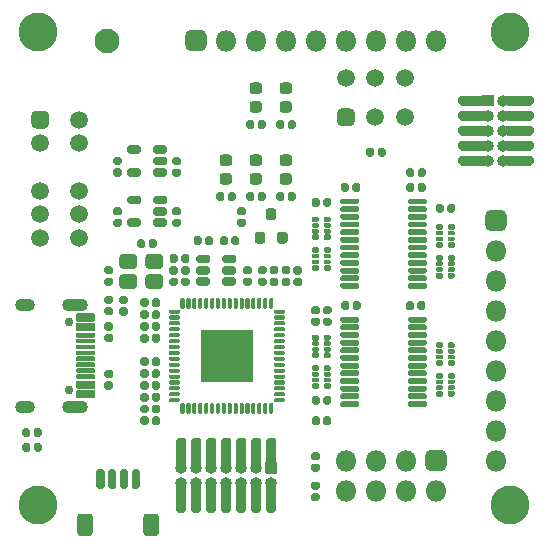
<source format=gts>
G04 #@! TF.GenerationSoftware,KiCad,Pcbnew,(5.1.9-0-10_14)*
G04 #@! TF.CreationDate,2021-04-05T09:48:25+08:00*
G04 #@! TF.ProjectId,tigard,74696761-7264-42e6-9b69-6361645f7063,v1.1*
G04 #@! TF.SameCoordinates,Original*
G04 #@! TF.FileFunction,Soldermask,Top*
G04 #@! TF.FilePolarity,Negative*
%FSLAX46Y46*%
G04 Gerber Fmt 4.6, Leading zero omitted, Abs format (unit mm)*
G04 Created by KiCad (PCBNEW (5.1.9-0-10_14)) date 2021-04-05 09:48:25*
%MOMM*%
%LPD*%
G01*
G04 APERTURE LIST*
%ADD10O,1.000000X1.000000*%
%ADD11O,2.200000X1.100000*%
%ADD12C,0.750000*%
%ADD13O,1.700000X1.100000*%
%ADD14O,1.800000X1.800000*%
%ADD15C,2.100000*%
%ADD16C,1.500000*%
%ADD17C,3.300000*%
G04 APERTURE END LIST*
D10*
X45137580Y-71128420D03*
X45137580Y-69858420D03*
X46407580Y-71128420D03*
X46407580Y-69858420D03*
X47677580Y-71128420D03*
X47677580Y-69858420D03*
X48947580Y-71128420D03*
X48947580Y-69858420D03*
X50217580Y-71128420D03*
X50217580Y-69858420D03*
X51487580Y-71128420D03*
X51487580Y-69858420D03*
X52757580Y-71128420D03*
G36*
G01*
X52307580Y-69358420D02*
X53207580Y-69358420D01*
G75*
G02*
X53257580Y-69408420I0J-50000D01*
G01*
X53257580Y-70308420D01*
G75*
G02*
X53207580Y-70358420I-50000J0D01*
G01*
X52307580Y-70358420D01*
G75*
G02*
X52257580Y-70308420I0J50000D01*
G01*
X52257580Y-69408420D01*
G75*
G02*
X52307580Y-69358420I50000J0D01*
G01*
G37*
X71145000Y-43860000D03*
X72415000Y-43860000D03*
X71145000Y-42590000D03*
X72415000Y-42590000D03*
X71145000Y-41320000D03*
X72415000Y-41320000D03*
X71145000Y-40050000D03*
X72415000Y-40050000D03*
X72415000Y-38780000D03*
G36*
G01*
X70645000Y-39230000D02*
X70645000Y-38330000D01*
G75*
G02*
X70695000Y-38280000I50000J0D01*
G01*
X71595000Y-38280000D01*
G75*
G02*
X71645000Y-38330000I0J-50000D01*
G01*
X71645000Y-39230000D01*
G75*
G02*
X71595000Y-39280000I-50000J0D01*
G01*
X70695000Y-39280000D01*
G75*
G02*
X70645000Y-39230000I0J50000D01*
G01*
G37*
G36*
G01*
X44930000Y-71210000D02*
X45350000Y-71210000D01*
G75*
G02*
X45560000Y-71420000I0J-210000D01*
G01*
X45560000Y-73500000D01*
G75*
G02*
X45350000Y-73710000I-210000J0D01*
G01*
X44930000Y-73710000D01*
G75*
G02*
X44720000Y-73500000I0J210000D01*
G01*
X44720000Y-71420000D01*
G75*
G02*
X44930000Y-71210000I210000J0D01*
G01*
G37*
G36*
G01*
X44930000Y-67310000D02*
X45350000Y-67310000D01*
G75*
G02*
X45560000Y-67520000I0J-210000D01*
G01*
X45560000Y-69600000D01*
G75*
G02*
X45350000Y-69810000I-210000J0D01*
G01*
X44930000Y-69810000D01*
G75*
G02*
X44720000Y-69600000I0J210000D01*
G01*
X44720000Y-67520000D01*
G75*
G02*
X44930000Y-67310000I210000J0D01*
G01*
G37*
G36*
G01*
X46200000Y-71210000D02*
X46620000Y-71210000D01*
G75*
G02*
X46830000Y-71420000I0J-210000D01*
G01*
X46830000Y-73500000D01*
G75*
G02*
X46620000Y-73710000I-210000J0D01*
G01*
X46200000Y-73710000D01*
G75*
G02*
X45990000Y-73500000I0J210000D01*
G01*
X45990000Y-71420000D01*
G75*
G02*
X46200000Y-71210000I210000J0D01*
G01*
G37*
G36*
G01*
X46200000Y-67310000D02*
X46620000Y-67310000D01*
G75*
G02*
X46830000Y-67520000I0J-210000D01*
G01*
X46830000Y-69600000D01*
G75*
G02*
X46620000Y-69810000I-210000J0D01*
G01*
X46200000Y-69810000D01*
G75*
G02*
X45990000Y-69600000I0J210000D01*
G01*
X45990000Y-67520000D01*
G75*
G02*
X46200000Y-67310000I210000J0D01*
G01*
G37*
G36*
G01*
X47470000Y-71210000D02*
X47890000Y-71210000D01*
G75*
G02*
X48100000Y-71420000I0J-210000D01*
G01*
X48100000Y-73500000D01*
G75*
G02*
X47890000Y-73710000I-210000J0D01*
G01*
X47470000Y-73710000D01*
G75*
G02*
X47260000Y-73500000I0J210000D01*
G01*
X47260000Y-71420000D01*
G75*
G02*
X47470000Y-71210000I210000J0D01*
G01*
G37*
G36*
G01*
X47470000Y-67310000D02*
X47890000Y-67310000D01*
G75*
G02*
X48100000Y-67520000I0J-210000D01*
G01*
X48100000Y-69600000D01*
G75*
G02*
X47890000Y-69810000I-210000J0D01*
G01*
X47470000Y-69810000D01*
G75*
G02*
X47260000Y-69600000I0J210000D01*
G01*
X47260000Y-67520000D01*
G75*
G02*
X47470000Y-67310000I210000J0D01*
G01*
G37*
G36*
G01*
X48740000Y-71210000D02*
X49160000Y-71210000D01*
G75*
G02*
X49370000Y-71420000I0J-210000D01*
G01*
X49370000Y-73500000D01*
G75*
G02*
X49160000Y-73710000I-210000J0D01*
G01*
X48740000Y-73710000D01*
G75*
G02*
X48530000Y-73500000I0J210000D01*
G01*
X48530000Y-71420000D01*
G75*
G02*
X48740000Y-71210000I210000J0D01*
G01*
G37*
G36*
G01*
X48740000Y-67310000D02*
X49160000Y-67310000D01*
G75*
G02*
X49370000Y-67520000I0J-210000D01*
G01*
X49370000Y-69600000D01*
G75*
G02*
X49160000Y-69810000I-210000J0D01*
G01*
X48740000Y-69810000D01*
G75*
G02*
X48530000Y-69600000I0J210000D01*
G01*
X48530000Y-67520000D01*
G75*
G02*
X48740000Y-67310000I210000J0D01*
G01*
G37*
G36*
G01*
X50010000Y-71210000D02*
X50430000Y-71210000D01*
G75*
G02*
X50640000Y-71420000I0J-210000D01*
G01*
X50640000Y-73500000D01*
G75*
G02*
X50430000Y-73710000I-210000J0D01*
G01*
X50010000Y-73710000D01*
G75*
G02*
X49800000Y-73500000I0J210000D01*
G01*
X49800000Y-71420000D01*
G75*
G02*
X50010000Y-71210000I210000J0D01*
G01*
G37*
G36*
G01*
X50010000Y-67310000D02*
X50430000Y-67310000D01*
G75*
G02*
X50640000Y-67520000I0J-210000D01*
G01*
X50640000Y-69600000D01*
G75*
G02*
X50430000Y-69810000I-210000J0D01*
G01*
X50010000Y-69810000D01*
G75*
G02*
X49800000Y-69600000I0J210000D01*
G01*
X49800000Y-67520000D01*
G75*
G02*
X50010000Y-67310000I210000J0D01*
G01*
G37*
G36*
G01*
X51280000Y-71210000D02*
X51700000Y-71210000D01*
G75*
G02*
X51910000Y-71420000I0J-210000D01*
G01*
X51910000Y-73500000D01*
G75*
G02*
X51700000Y-73710000I-210000J0D01*
G01*
X51280000Y-73710000D01*
G75*
G02*
X51070000Y-73500000I0J210000D01*
G01*
X51070000Y-71420000D01*
G75*
G02*
X51280000Y-71210000I210000J0D01*
G01*
G37*
G36*
G01*
X51280000Y-67310000D02*
X51700000Y-67310000D01*
G75*
G02*
X51910000Y-67520000I0J-210000D01*
G01*
X51910000Y-69600000D01*
G75*
G02*
X51700000Y-69810000I-210000J0D01*
G01*
X51280000Y-69810000D01*
G75*
G02*
X51070000Y-69600000I0J210000D01*
G01*
X51070000Y-67520000D01*
G75*
G02*
X51280000Y-67310000I210000J0D01*
G01*
G37*
G36*
G01*
X52550000Y-71210000D02*
X52970000Y-71210000D01*
G75*
G02*
X53180000Y-71420000I0J-210000D01*
G01*
X53180000Y-73500000D01*
G75*
G02*
X52970000Y-73710000I-210000J0D01*
G01*
X52550000Y-73710000D01*
G75*
G02*
X52340000Y-73500000I0J210000D01*
G01*
X52340000Y-71420000D01*
G75*
G02*
X52550000Y-71210000I210000J0D01*
G01*
G37*
G36*
G01*
X52550000Y-67310000D02*
X52970000Y-67310000D01*
G75*
G02*
X53180000Y-67520000I0J-210000D01*
G01*
X53180000Y-69600000D01*
G75*
G02*
X52970000Y-69810000I-210000J0D01*
G01*
X52550000Y-69810000D01*
G75*
G02*
X52340000Y-69600000I0J210000D01*
G01*
X52340000Y-67520000D01*
G75*
G02*
X52550000Y-67310000I210000J0D01*
G01*
G37*
G36*
G01*
X36320000Y-63300000D02*
X37770000Y-63300000D01*
G75*
G02*
X37820000Y-63350000I0J-50000D01*
G01*
X37820000Y-63950000D01*
G75*
G02*
X37770000Y-64000000I-50000J0D01*
G01*
X36320000Y-64000000D01*
G75*
G02*
X36270000Y-63950000I0J50000D01*
G01*
X36270000Y-63350000D01*
G75*
G02*
X36320000Y-63300000I50000J0D01*
G01*
G37*
G36*
G01*
X36320000Y-62500000D02*
X37770000Y-62500000D01*
G75*
G02*
X37820000Y-62550000I0J-50000D01*
G01*
X37820000Y-63150000D01*
G75*
G02*
X37770000Y-63200000I-50000J0D01*
G01*
X36320000Y-63200000D01*
G75*
G02*
X36270000Y-63150000I0J50000D01*
G01*
X36270000Y-62550000D01*
G75*
G02*
X36320000Y-62500000I50000J0D01*
G01*
G37*
G36*
G01*
X36320000Y-57600000D02*
X37770000Y-57600000D01*
G75*
G02*
X37820000Y-57650000I0J-50000D01*
G01*
X37820000Y-58250000D01*
G75*
G02*
X37770000Y-58300000I-50000J0D01*
G01*
X36320000Y-58300000D01*
G75*
G02*
X36270000Y-58250000I0J50000D01*
G01*
X36270000Y-57650000D01*
G75*
G02*
X36320000Y-57600000I50000J0D01*
G01*
G37*
G36*
G01*
X36320000Y-56800000D02*
X37770000Y-56800000D01*
G75*
G02*
X37820000Y-56850000I0J-50000D01*
G01*
X37820000Y-57450000D01*
G75*
G02*
X37770000Y-57500000I-50000J0D01*
G01*
X36320000Y-57500000D01*
G75*
G02*
X36270000Y-57450000I0J50000D01*
G01*
X36270000Y-56850000D01*
G75*
G02*
X36320000Y-56800000I50000J0D01*
G01*
G37*
G36*
G01*
X36320000Y-56800000D02*
X37770000Y-56800000D01*
G75*
G02*
X37820000Y-56850000I0J-50000D01*
G01*
X37820000Y-57450000D01*
G75*
G02*
X37770000Y-57500000I-50000J0D01*
G01*
X36320000Y-57500000D01*
G75*
G02*
X36270000Y-57450000I0J50000D01*
G01*
X36270000Y-56850000D01*
G75*
G02*
X36320000Y-56800000I50000J0D01*
G01*
G37*
G36*
G01*
X36320000Y-57600000D02*
X37770000Y-57600000D01*
G75*
G02*
X37820000Y-57650000I0J-50000D01*
G01*
X37820000Y-58250000D01*
G75*
G02*
X37770000Y-58300000I-50000J0D01*
G01*
X36320000Y-58300000D01*
G75*
G02*
X36270000Y-58250000I0J50000D01*
G01*
X36270000Y-57650000D01*
G75*
G02*
X36320000Y-57600000I50000J0D01*
G01*
G37*
G36*
G01*
X36320000Y-62500000D02*
X37770000Y-62500000D01*
G75*
G02*
X37820000Y-62550000I0J-50000D01*
G01*
X37820000Y-63150000D01*
G75*
G02*
X37770000Y-63200000I-50000J0D01*
G01*
X36320000Y-63200000D01*
G75*
G02*
X36270000Y-63150000I0J50000D01*
G01*
X36270000Y-62550000D01*
G75*
G02*
X36320000Y-62500000I50000J0D01*
G01*
G37*
G36*
G01*
X36320000Y-63300000D02*
X37770000Y-63300000D01*
G75*
G02*
X37820000Y-63350000I0J-50000D01*
G01*
X37820000Y-63950000D01*
G75*
G02*
X37770000Y-64000000I-50000J0D01*
G01*
X36320000Y-64000000D01*
G75*
G02*
X36270000Y-63950000I0J50000D01*
G01*
X36270000Y-63350000D01*
G75*
G02*
X36320000Y-63300000I50000J0D01*
G01*
G37*
G36*
G01*
X36320000Y-58450000D02*
X37770000Y-58450000D01*
G75*
G02*
X37820000Y-58500000I0J-50000D01*
G01*
X37820000Y-58800000D01*
G75*
G02*
X37770000Y-58850000I-50000J0D01*
G01*
X36320000Y-58850000D01*
G75*
G02*
X36270000Y-58800000I0J50000D01*
G01*
X36270000Y-58500000D01*
G75*
G02*
X36320000Y-58450000I50000J0D01*
G01*
G37*
G36*
G01*
X36320000Y-58950000D02*
X37770000Y-58950000D01*
G75*
G02*
X37820000Y-59000000I0J-50000D01*
G01*
X37820000Y-59300000D01*
G75*
G02*
X37770000Y-59350000I-50000J0D01*
G01*
X36320000Y-59350000D01*
G75*
G02*
X36270000Y-59300000I0J50000D01*
G01*
X36270000Y-59000000D01*
G75*
G02*
X36320000Y-58950000I50000J0D01*
G01*
G37*
G36*
G01*
X36320000Y-59450000D02*
X37770000Y-59450000D01*
G75*
G02*
X37820000Y-59500000I0J-50000D01*
G01*
X37820000Y-59800000D01*
G75*
G02*
X37770000Y-59850000I-50000J0D01*
G01*
X36320000Y-59850000D01*
G75*
G02*
X36270000Y-59800000I0J50000D01*
G01*
X36270000Y-59500000D01*
G75*
G02*
X36320000Y-59450000I50000J0D01*
G01*
G37*
G36*
G01*
X36320000Y-60450000D02*
X37770000Y-60450000D01*
G75*
G02*
X37820000Y-60500000I0J-50000D01*
G01*
X37820000Y-60800000D01*
G75*
G02*
X37770000Y-60850000I-50000J0D01*
G01*
X36320000Y-60850000D01*
G75*
G02*
X36270000Y-60800000I0J50000D01*
G01*
X36270000Y-60500000D01*
G75*
G02*
X36320000Y-60450000I50000J0D01*
G01*
G37*
G36*
G01*
X36320000Y-60950000D02*
X37770000Y-60950000D01*
G75*
G02*
X37820000Y-61000000I0J-50000D01*
G01*
X37820000Y-61300000D01*
G75*
G02*
X37770000Y-61350000I-50000J0D01*
G01*
X36320000Y-61350000D01*
G75*
G02*
X36270000Y-61300000I0J50000D01*
G01*
X36270000Y-61000000D01*
G75*
G02*
X36320000Y-60950000I50000J0D01*
G01*
G37*
G36*
G01*
X36320000Y-61450000D02*
X37770000Y-61450000D01*
G75*
G02*
X37820000Y-61500000I0J-50000D01*
G01*
X37820000Y-61800000D01*
G75*
G02*
X37770000Y-61850000I-50000J0D01*
G01*
X36320000Y-61850000D01*
G75*
G02*
X36270000Y-61800000I0J50000D01*
G01*
X36270000Y-61500000D01*
G75*
G02*
X36320000Y-61450000I50000J0D01*
G01*
G37*
G36*
G01*
X36320000Y-61950000D02*
X37770000Y-61950000D01*
G75*
G02*
X37820000Y-62000000I0J-50000D01*
G01*
X37820000Y-62300000D01*
G75*
G02*
X37770000Y-62350000I-50000J0D01*
G01*
X36320000Y-62350000D01*
G75*
G02*
X36270000Y-62300000I0J50000D01*
G01*
X36270000Y-62000000D01*
G75*
G02*
X36320000Y-61950000I50000J0D01*
G01*
G37*
G36*
G01*
X36320000Y-59950000D02*
X37770000Y-59950000D01*
G75*
G02*
X37820000Y-60000000I0J-50000D01*
G01*
X37820000Y-60300000D01*
G75*
G02*
X37770000Y-60350000I-50000J0D01*
G01*
X36320000Y-60350000D01*
G75*
G02*
X36270000Y-60300000I0J50000D01*
G01*
X36270000Y-60000000D01*
G75*
G02*
X36320000Y-59950000I50000J0D01*
G01*
G37*
D11*
X36130000Y-64720000D03*
X36130000Y-56080000D03*
D12*
X35600000Y-57510000D03*
D13*
X31950000Y-56080000D03*
D12*
X35600000Y-63290000D03*
D13*
X31950000Y-64720000D03*
G36*
G01*
X70880000Y-49390000D02*
X70880000Y-48490000D01*
G75*
G02*
X71330000Y-48040000I450000J0D01*
G01*
X72230000Y-48040000D01*
G75*
G02*
X72680000Y-48490000I0J-450000D01*
G01*
X72680000Y-49390000D01*
G75*
G02*
X72230000Y-49840000I-450000J0D01*
G01*
X71330000Y-49840000D01*
G75*
G02*
X70880000Y-49390000I0J450000D01*
G01*
G37*
D14*
X71780000Y-51480000D03*
X71780000Y-54020000D03*
X71780000Y-56560000D03*
X71780000Y-59100000D03*
X71780000Y-61640000D03*
X71780000Y-64180000D03*
X71780000Y-66720000D03*
X71780000Y-69260000D03*
G36*
G01*
X64345000Y-47450000D02*
X64345000Y-47200000D01*
G75*
G02*
X64470000Y-47075000I125000J0D01*
G01*
X65795000Y-47075000D01*
G75*
G02*
X65920000Y-47200000I0J-125000D01*
G01*
X65920000Y-47450000D01*
G75*
G02*
X65795000Y-47575000I-125000J0D01*
G01*
X64470000Y-47575000D01*
G75*
G02*
X64345000Y-47450000I0J125000D01*
G01*
G37*
G36*
G01*
X64345000Y-48100000D02*
X64345000Y-47850000D01*
G75*
G02*
X64470000Y-47725000I125000J0D01*
G01*
X65795000Y-47725000D01*
G75*
G02*
X65920000Y-47850000I0J-125000D01*
G01*
X65920000Y-48100000D01*
G75*
G02*
X65795000Y-48225000I-125000J0D01*
G01*
X64470000Y-48225000D01*
G75*
G02*
X64345000Y-48100000I0J125000D01*
G01*
G37*
G36*
G01*
X64345000Y-48750000D02*
X64345000Y-48500000D01*
G75*
G02*
X64470000Y-48375000I125000J0D01*
G01*
X65795000Y-48375000D01*
G75*
G02*
X65920000Y-48500000I0J-125000D01*
G01*
X65920000Y-48750000D01*
G75*
G02*
X65795000Y-48875000I-125000J0D01*
G01*
X64470000Y-48875000D01*
G75*
G02*
X64345000Y-48750000I0J125000D01*
G01*
G37*
G36*
G01*
X64345000Y-49400000D02*
X64345000Y-49150000D01*
G75*
G02*
X64470000Y-49025000I125000J0D01*
G01*
X65795000Y-49025000D01*
G75*
G02*
X65920000Y-49150000I0J-125000D01*
G01*
X65920000Y-49400000D01*
G75*
G02*
X65795000Y-49525000I-125000J0D01*
G01*
X64470000Y-49525000D01*
G75*
G02*
X64345000Y-49400000I0J125000D01*
G01*
G37*
G36*
G01*
X64345000Y-50050000D02*
X64345000Y-49800000D01*
G75*
G02*
X64470000Y-49675000I125000J0D01*
G01*
X65795000Y-49675000D01*
G75*
G02*
X65920000Y-49800000I0J-125000D01*
G01*
X65920000Y-50050000D01*
G75*
G02*
X65795000Y-50175000I-125000J0D01*
G01*
X64470000Y-50175000D01*
G75*
G02*
X64345000Y-50050000I0J125000D01*
G01*
G37*
G36*
G01*
X64345000Y-50700000D02*
X64345000Y-50450000D01*
G75*
G02*
X64470000Y-50325000I125000J0D01*
G01*
X65795000Y-50325000D01*
G75*
G02*
X65920000Y-50450000I0J-125000D01*
G01*
X65920000Y-50700000D01*
G75*
G02*
X65795000Y-50825000I-125000J0D01*
G01*
X64470000Y-50825000D01*
G75*
G02*
X64345000Y-50700000I0J125000D01*
G01*
G37*
G36*
G01*
X64345000Y-51350000D02*
X64345000Y-51100000D01*
G75*
G02*
X64470000Y-50975000I125000J0D01*
G01*
X65795000Y-50975000D01*
G75*
G02*
X65920000Y-51100000I0J-125000D01*
G01*
X65920000Y-51350000D01*
G75*
G02*
X65795000Y-51475000I-125000J0D01*
G01*
X64470000Y-51475000D01*
G75*
G02*
X64345000Y-51350000I0J125000D01*
G01*
G37*
G36*
G01*
X64345000Y-52000000D02*
X64345000Y-51750000D01*
G75*
G02*
X64470000Y-51625000I125000J0D01*
G01*
X65795000Y-51625000D01*
G75*
G02*
X65920000Y-51750000I0J-125000D01*
G01*
X65920000Y-52000000D01*
G75*
G02*
X65795000Y-52125000I-125000J0D01*
G01*
X64470000Y-52125000D01*
G75*
G02*
X64345000Y-52000000I0J125000D01*
G01*
G37*
G36*
G01*
X64345000Y-52650000D02*
X64345000Y-52400000D01*
G75*
G02*
X64470000Y-52275000I125000J0D01*
G01*
X65795000Y-52275000D01*
G75*
G02*
X65920000Y-52400000I0J-125000D01*
G01*
X65920000Y-52650000D01*
G75*
G02*
X65795000Y-52775000I-125000J0D01*
G01*
X64470000Y-52775000D01*
G75*
G02*
X64345000Y-52650000I0J125000D01*
G01*
G37*
G36*
G01*
X64345000Y-53300000D02*
X64345000Y-53050000D01*
G75*
G02*
X64470000Y-52925000I125000J0D01*
G01*
X65795000Y-52925000D01*
G75*
G02*
X65920000Y-53050000I0J-125000D01*
G01*
X65920000Y-53300000D01*
G75*
G02*
X65795000Y-53425000I-125000J0D01*
G01*
X64470000Y-53425000D01*
G75*
G02*
X64345000Y-53300000I0J125000D01*
G01*
G37*
G36*
G01*
X64345000Y-53950000D02*
X64345000Y-53700000D01*
G75*
G02*
X64470000Y-53575000I125000J0D01*
G01*
X65795000Y-53575000D01*
G75*
G02*
X65920000Y-53700000I0J-125000D01*
G01*
X65920000Y-53950000D01*
G75*
G02*
X65795000Y-54075000I-125000J0D01*
G01*
X64470000Y-54075000D01*
G75*
G02*
X64345000Y-53950000I0J125000D01*
G01*
G37*
G36*
G01*
X64345000Y-54600000D02*
X64345000Y-54350000D01*
G75*
G02*
X64470000Y-54225000I125000J0D01*
G01*
X65795000Y-54225000D01*
G75*
G02*
X65920000Y-54350000I0J-125000D01*
G01*
X65920000Y-54600000D01*
G75*
G02*
X65795000Y-54725000I-125000J0D01*
G01*
X64470000Y-54725000D01*
G75*
G02*
X64345000Y-54600000I0J125000D01*
G01*
G37*
G36*
G01*
X58620000Y-54600000D02*
X58620000Y-54350000D01*
G75*
G02*
X58745000Y-54225000I125000J0D01*
G01*
X60070000Y-54225000D01*
G75*
G02*
X60195000Y-54350000I0J-125000D01*
G01*
X60195000Y-54600000D01*
G75*
G02*
X60070000Y-54725000I-125000J0D01*
G01*
X58745000Y-54725000D01*
G75*
G02*
X58620000Y-54600000I0J125000D01*
G01*
G37*
G36*
G01*
X58620000Y-53950000D02*
X58620000Y-53700000D01*
G75*
G02*
X58745000Y-53575000I125000J0D01*
G01*
X60070000Y-53575000D01*
G75*
G02*
X60195000Y-53700000I0J-125000D01*
G01*
X60195000Y-53950000D01*
G75*
G02*
X60070000Y-54075000I-125000J0D01*
G01*
X58745000Y-54075000D01*
G75*
G02*
X58620000Y-53950000I0J125000D01*
G01*
G37*
G36*
G01*
X58620000Y-53300000D02*
X58620000Y-53050000D01*
G75*
G02*
X58745000Y-52925000I125000J0D01*
G01*
X60070000Y-52925000D01*
G75*
G02*
X60195000Y-53050000I0J-125000D01*
G01*
X60195000Y-53300000D01*
G75*
G02*
X60070000Y-53425000I-125000J0D01*
G01*
X58745000Y-53425000D01*
G75*
G02*
X58620000Y-53300000I0J125000D01*
G01*
G37*
G36*
G01*
X58620000Y-52650000D02*
X58620000Y-52400000D01*
G75*
G02*
X58745000Y-52275000I125000J0D01*
G01*
X60070000Y-52275000D01*
G75*
G02*
X60195000Y-52400000I0J-125000D01*
G01*
X60195000Y-52650000D01*
G75*
G02*
X60070000Y-52775000I-125000J0D01*
G01*
X58745000Y-52775000D01*
G75*
G02*
X58620000Y-52650000I0J125000D01*
G01*
G37*
G36*
G01*
X58620000Y-52000000D02*
X58620000Y-51750000D01*
G75*
G02*
X58745000Y-51625000I125000J0D01*
G01*
X60070000Y-51625000D01*
G75*
G02*
X60195000Y-51750000I0J-125000D01*
G01*
X60195000Y-52000000D01*
G75*
G02*
X60070000Y-52125000I-125000J0D01*
G01*
X58745000Y-52125000D01*
G75*
G02*
X58620000Y-52000000I0J125000D01*
G01*
G37*
G36*
G01*
X58620000Y-51350000D02*
X58620000Y-51100000D01*
G75*
G02*
X58745000Y-50975000I125000J0D01*
G01*
X60070000Y-50975000D01*
G75*
G02*
X60195000Y-51100000I0J-125000D01*
G01*
X60195000Y-51350000D01*
G75*
G02*
X60070000Y-51475000I-125000J0D01*
G01*
X58745000Y-51475000D01*
G75*
G02*
X58620000Y-51350000I0J125000D01*
G01*
G37*
G36*
G01*
X58620000Y-50700000D02*
X58620000Y-50450000D01*
G75*
G02*
X58745000Y-50325000I125000J0D01*
G01*
X60070000Y-50325000D01*
G75*
G02*
X60195000Y-50450000I0J-125000D01*
G01*
X60195000Y-50700000D01*
G75*
G02*
X60070000Y-50825000I-125000J0D01*
G01*
X58745000Y-50825000D01*
G75*
G02*
X58620000Y-50700000I0J125000D01*
G01*
G37*
G36*
G01*
X58620000Y-50050000D02*
X58620000Y-49800000D01*
G75*
G02*
X58745000Y-49675000I125000J0D01*
G01*
X60070000Y-49675000D01*
G75*
G02*
X60195000Y-49800000I0J-125000D01*
G01*
X60195000Y-50050000D01*
G75*
G02*
X60070000Y-50175000I-125000J0D01*
G01*
X58745000Y-50175000D01*
G75*
G02*
X58620000Y-50050000I0J125000D01*
G01*
G37*
G36*
G01*
X58620000Y-49400000D02*
X58620000Y-49150000D01*
G75*
G02*
X58745000Y-49025000I125000J0D01*
G01*
X60070000Y-49025000D01*
G75*
G02*
X60195000Y-49150000I0J-125000D01*
G01*
X60195000Y-49400000D01*
G75*
G02*
X60070000Y-49525000I-125000J0D01*
G01*
X58745000Y-49525000D01*
G75*
G02*
X58620000Y-49400000I0J125000D01*
G01*
G37*
G36*
G01*
X58620000Y-48750000D02*
X58620000Y-48500000D01*
G75*
G02*
X58745000Y-48375000I125000J0D01*
G01*
X60070000Y-48375000D01*
G75*
G02*
X60195000Y-48500000I0J-125000D01*
G01*
X60195000Y-48750000D01*
G75*
G02*
X60070000Y-48875000I-125000J0D01*
G01*
X58745000Y-48875000D01*
G75*
G02*
X58620000Y-48750000I0J125000D01*
G01*
G37*
G36*
G01*
X58620000Y-48100000D02*
X58620000Y-47850000D01*
G75*
G02*
X58745000Y-47725000I125000J0D01*
G01*
X60070000Y-47725000D01*
G75*
G02*
X60195000Y-47850000I0J-125000D01*
G01*
X60195000Y-48100000D01*
G75*
G02*
X60070000Y-48225000I-125000J0D01*
G01*
X58745000Y-48225000D01*
G75*
G02*
X58620000Y-48100000I0J125000D01*
G01*
G37*
G36*
G01*
X58620000Y-47450000D02*
X58620000Y-47200000D01*
G75*
G02*
X58745000Y-47075000I125000J0D01*
G01*
X60070000Y-47075000D01*
G75*
G02*
X60195000Y-47200000I0J-125000D01*
G01*
X60195000Y-47450000D01*
G75*
G02*
X60070000Y-47575000I-125000J0D01*
G01*
X58745000Y-47575000D01*
G75*
G02*
X58620000Y-47450000I0J125000D01*
G01*
G37*
G36*
G01*
X41945000Y-75379168D02*
X41945000Y-74020832D01*
G75*
G02*
X42215832Y-73750000I270832J0D01*
G01*
X42974168Y-73750000D01*
G75*
G02*
X43245000Y-74020832I0J-270832D01*
G01*
X43245000Y-75379168D01*
G75*
G02*
X42974168Y-75650000I-270832J0D01*
G01*
X42215832Y-75650000D01*
G75*
G02*
X41945000Y-75379168I0J270832D01*
G01*
G37*
G36*
G01*
X36345000Y-75379168D02*
X36345000Y-74020832D01*
G75*
G02*
X36615832Y-73750000I270832J0D01*
G01*
X37374168Y-73750000D01*
G75*
G02*
X37645000Y-74020832I0J-270832D01*
G01*
X37645000Y-75379168D01*
G75*
G02*
X37374168Y-75650000I-270832J0D01*
G01*
X36615832Y-75650000D01*
G75*
G02*
X36345000Y-75379168I0J270832D01*
G01*
G37*
G36*
G01*
X40945000Y-71475000D02*
X40945000Y-70175000D01*
G75*
G02*
X41120000Y-70000000I175000J0D01*
G01*
X41470000Y-70000000D01*
G75*
G02*
X41645000Y-70175000I0J-175000D01*
G01*
X41645000Y-71475000D01*
G75*
G02*
X41470000Y-71650000I-175000J0D01*
G01*
X41120000Y-71650000D01*
G75*
G02*
X40945000Y-71475000I0J175000D01*
G01*
G37*
G36*
G01*
X39945000Y-71475000D02*
X39945000Y-70175000D01*
G75*
G02*
X40120000Y-70000000I175000J0D01*
G01*
X40470000Y-70000000D01*
G75*
G02*
X40645000Y-70175000I0J-175000D01*
G01*
X40645000Y-71475000D01*
G75*
G02*
X40470000Y-71650000I-175000J0D01*
G01*
X40120000Y-71650000D01*
G75*
G02*
X39945000Y-71475000I0J175000D01*
G01*
G37*
G36*
G01*
X38945000Y-71475000D02*
X38945000Y-70175000D01*
G75*
G02*
X39120000Y-70000000I175000J0D01*
G01*
X39470000Y-70000000D01*
G75*
G02*
X39645000Y-70175000I0J-175000D01*
G01*
X39645000Y-71475000D01*
G75*
G02*
X39470000Y-71650000I-175000J0D01*
G01*
X39120000Y-71650000D01*
G75*
G02*
X38945000Y-71475000I0J175000D01*
G01*
G37*
G36*
G01*
X37945000Y-71475000D02*
X37945000Y-70175000D01*
G75*
G02*
X38120000Y-70000000I175000J0D01*
G01*
X38470000Y-70000000D01*
G75*
G02*
X38645000Y-70175000I0J-175000D01*
G01*
X38645000Y-71475000D01*
G75*
G02*
X38470000Y-71650000I-175000J0D01*
G01*
X38120000Y-71650000D01*
G75*
G02*
X37945000Y-71475000I0J175000D01*
G01*
G37*
D15*
X38890000Y-33700000D03*
D16*
X64080000Y-40200000D03*
X61580000Y-40200000D03*
G36*
G01*
X58330000Y-40575000D02*
X58330000Y-39825000D01*
G75*
G02*
X58705000Y-39450000I375000J0D01*
G01*
X59455000Y-39450000D01*
G75*
G02*
X59830000Y-39825000I0J-375000D01*
G01*
X59830000Y-40575000D01*
G75*
G02*
X59455000Y-40950000I-375000J0D01*
G01*
X58705000Y-40950000D01*
G75*
G02*
X58330000Y-40575000I0J375000D01*
G01*
G37*
X64080000Y-36900000D03*
X61580000Y-36900000D03*
X59080000Y-36900000D03*
G36*
G01*
X66250000Y-68360000D02*
X67150000Y-68360000D01*
G75*
G02*
X67600000Y-68810000I0J-450000D01*
G01*
X67600000Y-69710000D01*
G75*
G02*
X67150000Y-70160000I-450000J0D01*
G01*
X66250000Y-70160000D01*
G75*
G02*
X65800000Y-69710000I0J450000D01*
G01*
X65800000Y-68810000D01*
G75*
G02*
X66250000Y-68360000I450000J0D01*
G01*
G37*
D14*
X66700000Y-71800000D03*
X64160000Y-69260000D03*
X64160000Y-71800000D03*
X61620000Y-69260000D03*
X61620000Y-71800000D03*
X59080000Y-69260000D03*
X59080000Y-71800000D03*
G36*
G01*
X72480000Y-44070000D02*
X72480000Y-43650000D01*
G75*
G02*
X72690000Y-43440000I210000J0D01*
G01*
X74770000Y-43440000D01*
G75*
G02*
X74980000Y-43650000I0J-210000D01*
G01*
X74980000Y-44070000D01*
G75*
G02*
X74770000Y-44280000I-210000J0D01*
G01*
X72690000Y-44280000D01*
G75*
G02*
X72480000Y-44070000I0J210000D01*
G01*
G37*
G36*
G01*
X68580000Y-44070000D02*
X68580000Y-43650000D01*
G75*
G02*
X68790000Y-43440000I210000J0D01*
G01*
X70870000Y-43440000D01*
G75*
G02*
X71080000Y-43650000I0J-210000D01*
G01*
X71080000Y-44070000D01*
G75*
G02*
X70870000Y-44280000I-210000J0D01*
G01*
X68790000Y-44280000D01*
G75*
G02*
X68580000Y-44070000I0J210000D01*
G01*
G37*
G36*
G01*
X72480000Y-42800000D02*
X72480000Y-42380000D01*
G75*
G02*
X72690000Y-42170000I210000J0D01*
G01*
X74770000Y-42170000D01*
G75*
G02*
X74980000Y-42380000I0J-210000D01*
G01*
X74980000Y-42800000D01*
G75*
G02*
X74770000Y-43010000I-210000J0D01*
G01*
X72690000Y-43010000D01*
G75*
G02*
X72480000Y-42800000I0J210000D01*
G01*
G37*
G36*
G01*
X68580000Y-42800000D02*
X68580000Y-42380000D01*
G75*
G02*
X68790000Y-42170000I210000J0D01*
G01*
X70870000Y-42170000D01*
G75*
G02*
X71080000Y-42380000I0J-210000D01*
G01*
X71080000Y-42800000D01*
G75*
G02*
X70870000Y-43010000I-210000J0D01*
G01*
X68790000Y-43010000D01*
G75*
G02*
X68580000Y-42800000I0J210000D01*
G01*
G37*
G36*
G01*
X72480000Y-41530000D02*
X72480000Y-41110000D01*
G75*
G02*
X72690000Y-40900000I210000J0D01*
G01*
X74770000Y-40900000D01*
G75*
G02*
X74980000Y-41110000I0J-210000D01*
G01*
X74980000Y-41530000D01*
G75*
G02*
X74770000Y-41740000I-210000J0D01*
G01*
X72690000Y-41740000D01*
G75*
G02*
X72480000Y-41530000I0J210000D01*
G01*
G37*
G36*
G01*
X68580000Y-41530000D02*
X68580000Y-41110000D01*
G75*
G02*
X68790000Y-40900000I210000J0D01*
G01*
X70870000Y-40900000D01*
G75*
G02*
X71080000Y-41110000I0J-210000D01*
G01*
X71080000Y-41530000D01*
G75*
G02*
X70870000Y-41740000I-210000J0D01*
G01*
X68790000Y-41740000D01*
G75*
G02*
X68580000Y-41530000I0J210000D01*
G01*
G37*
G36*
G01*
X72480000Y-40260000D02*
X72480000Y-39840000D01*
G75*
G02*
X72690000Y-39630000I210000J0D01*
G01*
X74770000Y-39630000D01*
G75*
G02*
X74980000Y-39840000I0J-210000D01*
G01*
X74980000Y-40260000D01*
G75*
G02*
X74770000Y-40470000I-210000J0D01*
G01*
X72690000Y-40470000D01*
G75*
G02*
X72480000Y-40260000I0J210000D01*
G01*
G37*
G36*
G01*
X68580000Y-40260000D02*
X68580000Y-39840000D01*
G75*
G02*
X68790000Y-39630000I210000J0D01*
G01*
X70870000Y-39630000D01*
G75*
G02*
X71080000Y-39840000I0J-210000D01*
G01*
X71080000Y-40260000D01*
G75*
G02*
X70870000Y-40470000I-210000J0D01*
G01*
X68790000Y-40470000D01*
G75*
G02*
X68580000Y-40260000I0J210000D01*
G01*
G37*
G36*
G01*
X72480000Y-38990000D02*
X72480000Y-38570000D01*
G75*
G02*
X72690000Y-38360000I210000J0D01*
G01*
X74770000Y-38360000D01*
G75*
G02*
X74980000Y-38570000I0J-210000D01*
G01*
X74980000Y-38990000D01*
G75*
G02*
X74770000Y-39200000I-210000J0D01*
G01*
X72690000Y-39200000D01*
G75*
G02*
X72480000Y-38990000I0J210000D01*
G01*
G37*
G36*
G01*
X68580000Y-38990000D02*
X68580000Y-38570000D01*
G75*
G02*
X68790000Y-38360000I210000J0D01*
G01*
X70870000Y-38360000D01*
G75*
G02*
X71080000Y-38570000I0J-210000D01*
G01*
X71080000Y-38990000D01*
G75*
G02*
X70870000Y-39200000I-210000J0D01*
G01*
X68790000Y-39200000D01*
G75*
G02*
X68580000Y-38990000I0J210000D01*
G01*
G37*
G36*
G01*
X46830000Y-34600000D02*
X45930000Y-34600000D01*
G75*
G02*
X45480000Y-34150000I0J450000D01*
G01*
X45480000Y-33250000D01*
G75*
G02*
X45930000Y-32800000I450000J0D01*
G01*
X46830000Y-32800000D01*
G75*
G02*
X47280000Y-33250000I0J-450000D01*
G01*
X47280000Y-34150000D01*
G75*
G02*
X46830000Y-34600000I-450000J0D01*
G01*
G37*
X48920000Y-33700000D03*
X51460000Y-33700000D03*
X54000000Y-33700000D03*
X56540000Y-33700000D03*
X59080000Y-33700000D03*
X61620000Y-33700000D03*
X64160000Y-33700000D03*
X66700000Y-33700000D03*
D16*
X33200000Y-50400000D03*
X33200000Y-48400000D03*
X33200000Y-46400000D03*
X33200000Y-42400000D03*
G36*
G01*
X32825000Y-39650000D02*
X33575000Y-39650000D01*
G75*
G02*
X33950000Y-40025000I0J-375000D01*
G01*
X33950000Y-40775000D01*
G75*
G02*
X33575000Y-41150000I-375000J0D01*
G01*
X32825000Y-41150000D01*
G75*
G02*
X32450000Y-40775000I0J375000D01*
G01*
X32450000Y-40025000D01*
G75*
G02*
X32825000Y-39650000I375000J0D01*
G01*
G37*
X36500000Y-50400000D03*
X36500000Y-48400000D03*
X36500000Y-46400000D03*
X36500000Y-42400000D03*
X36500000Y-40400000D03*
G36*
G01*
X58620000Y-57450000D02*
X58620000Y-57200000D01*
G75*
G02*
X58745000Y-57075000I125000J0D01*
G01*
X60070000Y-57075000D01*
G75*
G02*
X60195000Y-57200000I0J-125000D01*
G01*
X60195000Y-57450000D01*
G75*
G02*
X60070000Y-57575000I-125000J0D01*
G01*
X58745000Y-57575000D01*
G75*
G02*
X58620000Y-57450000I0J125000D01*
G01*
G37*
G36*
G01*
X58620000Y-58100000D02*
X58620000Y-57850000D01*
G75*
G02*
X58745000Y-57725000I125000J0D01*
G01*
X60070000Y-57725000D01*
G75*
G02*
X60195000Y-57850000I0J-125000D01*
G01*
X60195000Y-58100000D01*
G75*
G02*
X60070000Y-58225000I-125000J0D01*
G01*
X58745000Y-58225000D01*
G75*
G02*
X58620000Y-58100000I0J125000D01*
G01*
G37*
G36*
G01*
X58620000Y-58750000D02*
X58620000Y-58500000D01*
G75*
G02*
X58745000Y-58375000I125000J0D01*
G01*
X60070000Y-58375000D01*
G75*
G02*
X60195000Y-58500000I0J-125000D01*
G01*
X60195000Y-58750000D01*
G75*
G02*
X60070000Y-58875000I-125000J0D01*
G01*
X58745000Y-58875000D01*
G75*
G02*
X58620000Y-58750000I0J125000D01*
G01*
G37*
G36*
G01*
X58620000Y-59400000D02*
X58620000Y-59150000D01*
G75*
G02*
X58745000Y-59025000I125000J0D01*
G01*
X60070000Y-59025000D01*
G75*
G02*
X60195000Y-59150000I0J-125000D01*
G01*
X60195000Y-59400000D01*
G75*
G02*
X60070000Y-59525000I-125000J0D01*
G01*
X58745000Y-59525000D01*
G75*
G02*
X58620000Y-59400000I0J125000D01*
G01*
G37*
G36*
G01*
X58620000Y-60050000D02*
X58620000Y-59800000D01*
G75*
G02*
X58745000Y-59675000I125000J0D01*
G01*
X60070000Y-59675000D01*
G75*
G02*
X60195000Y-59800000I0J-125000D01*
G01*
X60195000Y-60050000D01*
G75*
G02*
X60070000Y-60175000I-125000J0D01*
G01*
X58745000Y-60175000D01*
G75*
G02*
X58620000Y-60050000I0J125000D01*
G01*
G37*
G36*
G01*
X58620000Y-60700000D02*
X58620000Y-60450000D01*
G75*
G02*
X58745000Y-60325000I125000J0D01*
G01*
X60070000Y-60325000D01*
G75*
G02*
X60195000Y-60450000I0J-125000D01*
G01*
X60195000Y-60700000D01*
G75*
G02*
X60070000Y-60825000I-125000J0D01*
G01*
X58745000Y-60825000D01*
G75*
G02*
X58620000Y-60700000I0J125000D01*
G01*
G37*
G36*
G01*
X58620000Y-61350000D02*
X58620000Y-61100000D01*
G75*
G02*
X58745000Y-60975000I125000J0D01*
G01*
X60070000Y-60975000D01*
G75*
G02*
X60195000Y-61100000I0J-125000D01*
G01*
X60195000Y-61350000D01*
G75*
G02*
X60070000Y-61475000I-125000J0D01*
G01*
X58745000Y-61475000D01*
G75*
G02*
X58620000Y-61350000I0J125000D01*
G01*
G37*
G36*
G01*
X58620000Y-62000000D02*
X58620000Y-61750000D01*
G75*
G02*
X58745000Y-61625000I125000J0D01*
G01*
X60070000Y-61625000D01*
G75*
G02*
X60195000Y-61750000I0J-125000D01*
G01*
X60195000Y-62000000D01*
G75*
G02*
X60070000Y-62125000I-125000J0D01*
G01*
X58745000Y-62125000D01*
G75*
G02*
X58620000Y-62000000I0J125000D01*
G01*
G37*
G36*
G01*
X58620000Y-62650000D02*
X58620000Y-62400000D01*
G75*
G02*
X58745000Y-62275000I125000J0D01*
G01*
X60070000Y-62275000D01*
G75*
G02*
X60195000Y-62400000I0J-125000D01*
G01*
X60195000Y-62650000D01*
G75*
G02*
X60070000Y-62775000I-125000J0D01*
G01*
X58745000Y-62775000D01*
G75*
G02*
X58620000Y-62650000I0J125000D01*
G01*
G37*
G36*
G01*
X58620000Y-63300000D02*
X58620000Y-63050000D01*
G75*
G02*
X58745000Y-62925000I125000J0D01*
G01*
X60070000Y-62925000D01*
G75*
G02*
X60195000Y-63050000I0J-125000D01*
G01*
X60195000Y-63300000D01*
G75*
G02*
X60070000Y-63425000I-125000J0D01*
G01*
X58745000Y-63425000D01*
G75*
G02*
X58620000Y-63300000I0J125000D01*
G01*
G37*
G36*
G01*
X58620000Y-63950000D02*
X58620000Y-63700000D01*
G75*
G02*
X58745000Y-63575000I125000J0D01*
G01*
X60070000Y-63575000D01*
G75*
G02*
X60195000Y-63700000I0J-125000D01*
G01*
X60195000Y-63950000D01*
G75*
G02*
X60070000Y-64075000I-125000J0D01*
G01*
X58745000Y-64075000D01*
G75*
G02*
X58620000Y-63950000I0J125000D01*
G01*
G37*
G36*
G01*
X58620000Y-64600000D02*
X58620000Y-64350000D01*
G75*
G02*
X58745000Y-64225000I125000J0D01*
G01*
X60070000Y-64225000D01*
G75*
G02*
X60195000Y-64350000I0J-125000D01*
G01*
X60195000Y-64600000D01*
G75*
G02*
X60070000Y-64725000I-125000J0D01*
G01*
X58745000Y-64725000D01*
G75*
G02*
X58620000Y-64600000I0J125000D01*
G01*
G37*
G36*
G01*
X64345000Y-64600000D02*
X64345000Y-64350000D01*
G75*
G02*
X64470000Y-64225000I125000J0D01*
G01*
X65795000Y-64225000D01*
G75*
G02*
X65920000Y-64350000I0J-125000D01*
G01*
X65920000Y-64600000D01*
G75*
G02*
X65795000Y-64725000I-125000J0D01*
G01*
X64470000Y-64725000D01*
G75*
G02*
X64345000Y-64600000I0J125000D01*
G01*
G37*
G36*
G01*
X64345000Y-63950000D02*
X64345000Y-63700000D01*
G75*
G02*
X64470000Y-63575000I125000J0D01*
G01*
X65795000Y-63575000D01*
G75*
G02*
X65920000Y-63700000I0J-125000D01*
G01*
X65920000Y-63950000D01*
G75*
G02*
X65795000Y-64075000I-125000J0D01*
G01*
X64470000Y-64075000D01*
G75*
G02*
X64345000Y-63950000I0J125000D01*
G01*
G37*
G36*
G01*
X64345000Y-63300000D02*
X64345000Y-63050000D01*
G75*
G02*
X64470000Y-62925000I125000J0D01*
G01*
X65795000Y-62925000D01*
G75*
G02*
X65920000Y-63050000I0J-125000D01*
G01*
X65920000Y-63300000D01*
G75*
G02*
X65795000Y-63425000I-125000J0D01*
G01*
X64470000Y-63425000D01*
G75*
G02*
X64345000Y-63300000I0J125000D01*
G01*
G37*
G36*
G01*
X64345000Y-62650000D02*
X64345000Y-62400000D01*
G75*
G02*
X64470000Y-62275000I125000J0D01*
G01*
X65795000Y-62275000D01*
G75*
G02*
X65920000Y-62400000I0J-125000D01*
G01*
X65920000Y-62650000D01*
G75*
G02*
X65795000Y-62775000I-125000J0D01*
G01*
X64470000Y-62775000D01*
G75*
G02*
X64345000Y-62650000I0J125000D01*
G01*
G37*
G36*
G01*
X64345000Y-62000000D02*
X64345000Y-61750000D01*
G75*
G02*
X64470000Y-61625000I125000J0D01*
G01*
X65795000Y-61625000D01*
G75*
G02*
X65920000Y-61750000I0J-125000D01*
G01*
X65920000Y-62000000D01*
G75*
G02*
X65795000Y-62125000I-125000J0D01*
G01*
X64470000Y-62125000D01*
G75*
G02*
X64345000Y-62000000I0J125000D01*
G01*
G37*
G36*
G01*
X64345000Y-61350000D02*
X64345000Y-61100000D01*
G75*
G02*
X64470000Y-60975000I125000J0D01*
G01*
X65795000Y-60975000D01*
G75*
G02*
X65920000Y-61100000I0J-125000D01*
G01*
X65920000Y-61350000D01*
G75*
G02*
X65795000Y-61475000I-125000J0D01*
G01*
X64470000Y-61475000D01*
G75*
G02*
X64345000Y-61350000I0J125000D01*
G01*
G37*
G36*
G01*
X64345000Y-60700000D02*
X64345000Y-60450000D01*
G75*
G02*
X64470000Y-60325000I125000J0D01*
G01*
X65795000Y-60325000D01*
G75*
G02*
X65920000Y-60450000I0J-125000D01*
G01*
X65920000Y-60700000D01*
G75*
G02*
X65795000Y-60825000I-125000J0D01*
G01*
X64470000Y-60825000D01*
G75*
G02*
X64345000Y-60700000I0J125000D01*
G01*
G37*
G36*
G01*
X64345000Y-60050000D02*
X64345000Y-59800000D01*
G75*
G02*
X64470000Y-59675000I125000J0D01*
G01*
X65795000Y-59675000D01*
G75*
G02*
X65920000Y-59800000I0J-125000D01*
G01*
X65920000Y-60050000D01*
G75*
G02*
X65795000Y-60175000I-125000J0D01*
G01*
X64470000Y-60175000D01*
G75*
G02*
X64345000Y-60050000I0J125000D01*
G01*
G37*
G36*
G01*
X64345000Y-59400000D02*
X64345000Y-59150000D01*
G75*
G02*
X64470000Y-59025000I125000J0D01*
G01*
X65795000Y-59025000D01*
G75*
G02*
X65920000Y-59150000I0J-125000D01*
G01*
X65920000Y-59400000D01*
G75*
G02*
X65795000Y-59525000I-125000J0D01*
G01*
X64470000Y-59525000D01*
G75*
G02*
X64345000Y-59400000I0J125000D01*
G01*
G37*
G36*
G01*
X64345000Y-58750000D02*
X64345000Y-58500000D01*
G75*
G02*
X64470000Y-58375000I125000J0D01*
G01*
X65795000Y-58375000D01*
G75*
G02*
X65920000Y-58500000I0J-125000D01*
G01*
X65920000Y-58750000D01*
G75*
G02*
X65795000Y-58875000I-125000J0D01*
G01*
X64470000Y-58875000D01*
G75*
G02*
X64345000Y-58750000I0J125000D01*
G01*
G37*
G36*
G01*
X64345000Y-58100000D02*
X64345000Y-57850000D01*
G75*
G02*
X64470000Y-57725000I125000J0D01*
G01*
X65795000Y-57725000D01*
G75*
G02*
X65920000Y-57850000I0J-125000D01*
G01*
X65920000Y-58100000D01*
G75*
G02*
X65795000Y-58225000I-125000J0D01*
G01*
X64470000Y-58225000D01*
G75*
G02*
X64345000Y-58100000I0J125000D01*
G01*
G37*
G36*
G01*
X64345000Y-57450000D02*
X64345000Y-57200000D01*
G75*
G02*
X64470000Y-57075000I125000J0D01*
G01*
X65795000Y-57075000D01*
G75*
G02*
X65920000Y-57200000I0J-125000D01*
G01*
X65920000Y-57450000D01*
G75*
G02*
X65795000Y-57575000I-125000J0D01*
G01*
X64470000Y-57575000D01*
G75*
G02*
X64345000Y-57450000I0J125000D01*
G01*
G37*
G36*
G01*
X57200000Y-63075000D02*
X57200000Y-62825000D01*
G75*
G02*
X57325000Y-62700000I125000J0D01*
G01*
X57675000Y-62700000D01*
G75*
G02*
X57800000Y-62825000I0J-125000D01*
G01*
X57800000Y-63075000D01*
G75*
G02*
X57675000Y-63200000I-125000J0D01*
G01*
X57325000Y-63200000D01*
G75*
G02*
X57200000Y-63075000I0J125000D01*
G01*
G37*
G36*
G01*
X57200000Y-62550000D02*
X57200000Y-62350000D01*
G75*
G02*
X57300000Y-62250000I100000J0D01*
G01*
X57700000Y-62250000D01*
G75*
G02*
X57800000Y-62350000I0J-100000D01*
G01*
X57800000Y-62550000D01*
G75*
G02*
X57700000Y-62650000I-100000J0D01*
G01*
X57300000Y-62650000D01*
G75*
G02*
X57200000Y-62550000I0J100000D01*
G01*
G37*
G36*
G01*
X57200000Y-61575000D02*
X57200000Y-61325000D01*
G75*
G02*
X57325000Y-61200000I125000J0D01*
G01*
X57675000Y-61200000D01*
G75*
G02*
X57800000Y-61325000I0J-125000D01*
G01*
X57800000Y-61575000D01*
G75*
G02*
X57675000Y-61700000I-125000J0D01*
G01*
X57325000Y-61700000D01*
G75*
G02*
X57200000Y-61575000I0J125000D01*
G01*
G37*
G36*
G01*
X57200000Y-62050000D02*
X57200000Y-61850000D01*
G75*
G02*
X57300000Y-61750000I100000J0D01*
G01*
X57700000Y-61750000D01*
G75*
G02*
X57800000Y-61850000I0J-100000D01*
G01*
X57800000Y-62050000D01*
G75*
G02*
X57700000Y-62150000I-100000J0D01*
G01*
X57300000Y-62150000D01*
G75*
G02*
X57200000Y-62050000I0J100000D01*
G01*
G37*
G36*
G01*
X56200000Y-63075000D02*
X56200000Y-62825000D01*
G75*
G02*
X56325000Y-62700000I125000J0D01*
G01*
X56675000Y-62700000D01*
G75*
G02*
X56800000Y-62825000I0J-125000D01*
G01*
X56800000Y-63075000D01*
G75*
G02*
X56675000Y-63200000I-125000J0D01*
G01*
X56325000Y-63200000D01*
G75*
G02*
X56200000Y-63075000I0J125000D01*
G01*
G37*
G36*
G01*
X56200000Y-62050000D02*
X56200000Y-61850000D01*
G75*
G02*
X56300000Y-61750000I100000J0D01*
G01*
X56700000Y-61750000D01*
G75*
G02*
X56800000Y-61850000I0J-100000D01*
G01*
X56800000Y-62050000D01*
G75*
G02*
X56700000Y-62150000I-100000J0D01*
G01*
X56300000Y-62150000D01*
G75*
G02*
X56200000Y-62050000I0J100000D01*
G01*
G37*
G36*
G01*
X56200000Y-62550000D02*
X56200000Y-62350000D01*
G75*
G02*
X56300000Y-62250000I100000J0D01*
G01*
X56700000Y-62250000D01*
G75*
G02*
X56800000Y-62350000I0J-100000D01*
G01*
X56800000Y-62550000D01*
G75*
G02*
X56700000Y-62650000I-100000J0D01*
G01*
X56300000Y-62650000D01*
G75*
G02*
X56200000Y-62550000I0J100000D01*
G01*
G37*
G36*
G01*
X56200000Y-61575000D02*
X56200000Y-61325000D01*
G75*
G02*
X56325000Y-61200000I125000J0D01*
G01*
X56675000Y-61200000D01*
G75*
G02*
X56800000Y-61325000I0J-125000D01*
G01*
X56800000Y-61575000D01*
G75*
G02*
X56675000Y-61700000I-125000J0D01*
G01*
X56325000Y-61700000D01*
G75*
G02*
X56200000Y-61575000I0J125000D01*
G01*
G37*
G36*
G01*
X56697500Y-57845000D02*
X56302500Y-57845000D01*
G75*
G02*
X56130000Y-57672500I0J172500D01*
G01*
X56130000Y-57327500D01*
G75*
G02*
X56302500Y-57155000I172500J0D01*
G01*
X56697500Y-57155000D01*
G75*
G02*
X56870000Y-57327500I0J-172500D01*
G01*
X56870000Y-57672500D01*
G75*
G02*
X56697500Y-57845000I-172500J0D01*
G01*
G37*
G36*
G01*
X56697500Y-56875000D02*
X56302500Y-56875000D01*
G75*
G02*
X56130000Y-56702500I0J172500D01*
G01*
X56130000Y-56357500D01*
G75*
G02*
X56302500Y-56185000I172500J0D01*
G01*
X56697500Y-56185000D01*
G75*
G02*
X56870000Y-56357500I0J-172500D01*
G01*
X56870000Y-56702500D01*
G75*
G02*
X56697500Y-56875000I-172500J0D01*
G01*
G37*
G36*
G01*
X44947500Y-49480000D02*
X44552500Y-49480000D01*
G75*
G02*
X44380000Y-49307500I0J172500D01*
G01*
X44380000Y-48962500D01*
G75*
G02*
X44552500Y-48790000I172500J0D01*
G01*
X44947500Y-48790000D01*
G75*
G02*
X45120000Y-48962500I0J-172500D01*
G01*
X45120000Y-49307500D01*
G75*
G02*
X44947500Y-49480000I-172500J0D01*
G01*
G37*
G36*
G01*
X44947500Y-48510000D02*
X44552500Y-48510000D01*
G75*
G02*
X44380000Y-48337500I0J172500D01*
G01*
X44380000Y-47992500D01*
G75*
G02*
X44552500Y-47820000I172500J0D01*
G01*
X44947500Y-47820000D01*
G75*
G02*
X45120000Y-47992500I0J-172500D01*
G01*
X45120000Y-48337500D01*
G75*
G02*
X44947500Y-48510000I-172500J0D01*
G01*
G37*
G36*
G01*
X39947500Y-48510000D02*
X39552500Y-48510000D01*
G75*
G02*
X39380000Y-48337500I0J172500D01*
G01*
X39380000Y-47992500D01*
G75*
G02*
X39552500Y-47820000I172500J0D01*
G01*
X39947500Y-47820000D01*
G75*
G02*
X40120000Y-47992500I0J-172500D01*
G01*
X40120000Y-48337500D01*
G75*
G02*
X39947500Y-48510000I-172500J0D01*
G01*
G37*
G36*
G01*
X39947500Y-49480000D02*
X39552500Y-49480000D01*
G75*
G02*
X39380000Y-49307500I0J172500D01*
G01*
X39380000Y-48962500D01*
G75*
G02*
X39552500Y-48790000I172500J0D01*
G01*
X39947500Y-48790000D01*
G75*
G02*
X40120000Y-48962500I0J-172500D01*
G01*
X40120000Y-49307500D01*
G75*
G02*
X39947500Y-49480000I-172500J0D01*
G01*
G37*
G36*
G01*
X44947500Y-45230000D02*
X44552500Y-45230000D01*
G75*
G02*
X44380000Y-45057500I0J172500D01*
G01*
X44380000Y-44712500D01*
G75*
G02*
X44552500Y-44540000I172500J0D01*
G01*
X44947500Y-44540000D01*
G75*
G02*
X45120000Y-44712500I0J-172500D01*
G01*
X45120000Y-45057500D01*
G75*
G02*
X44947500Y-45230000I-172500J0D01*
G01*
G37*
G36*
G01*
X44947500Y-44260000D02*
X44552500Y-44260000D01*
G75*
G02*
X44380000Y-44087500I0J172500D01*
G01*
X44380000Y-43742500D01*
G75*
G02*
X44552500Y-43570000I172500J0D01*
G01*
X44947500Y-43570000D01*
G75*
G02*
X45120000Y-43742500I0J-172500D01*
G01*
X45120000Y-44087500D01*
G75*
G02*
X44947500Y-44260000I-172500J0D01*
G01*
G37*
G36*
G01*
X39947500Y-45215000D02*
X39552500Y-45215000D01*
G75*
G02*
X39380000Y-45042500I0J172500D01*
G01*
X39380000Y-44697500D01*
G75*
G02*
X39552500Y-44525000I172500J0D01*
G01*
X39947500Y-44525000D01*
G75*
G02*
X40120000Y-44697500I0J-172500D01*
G01*
X40120000Y-45042500D01*
G75*
G02*
X39947500Y-45215000I-172500J0D01*
G01*
G37*
G36*
G01*
X39947500Y-44245000D02*
X39552500Y-44245000D01*
G75*
G02*
X39380000Y-44072500I0J172500D01*
G01*
X39380000Y-43727500D01*
G75*
G02*
X39552500Y-43555000I172500J0D01*
G01*
X39947500Y-43555000D01*
G75*
G02*
X40120000Y-43727500I0J-172500D01*
G01*
X40120000Y-44072500D01*
G75*
G02*
X39947500Y-44245000I-172500J0D01*
G01*
G37*
G36*
G01*
X43345000Y-57702500D02*
X43345000Y-58097500D01*
G75*
G02*
X43172500Y-58270000I-172500J0D01*
G01*
X42827500Y-58270000D01*
G75*
G02*
X42655000Y-58097500I0J172500D01*
G01*
X42655000Y-57702500D01*
G75*
G02*
X42827500Y-57530000I172500J0D01*
G01*
X43172500Y-57530000D01*
G75*
G02*
X43345000Y-57702500I0J-172500D01*
G01*
G37*
G36*
G01*
X42375000Y-57702500D02*
X42375000Y-58097500D01*
G75*
G02*
X42202500Y-58270000I-172500J0D01*
G01*
X41857500Y-58270000D01*
G75*
G02*
X41685000Y-58097500I0J172500D01*
G01*
X41685000Y-57702500D01*
G75*
G02*
X41857500Y-57530000I172500J0D01*
G01*
X42202500Y-57530000D01*
G75*
G02*
X42375000Y-57702500I0J-172500D01*
G01*
G37*
G36*
G01*
X42375000Y-56702500D02*
X42375000Y-57097500D01*
G75*
G02*
X42202500Y-57270000I-172500J0D01*
G01*
X41857500Y-57270000D01*
G75*
G02*
X41685000Y-57097500I0J172500D01*
G01*
X41685000Y-56702500D01*
G75*
G02*
X41857500Y-56530000I172500J0D01*
G01*
X42202500Y-56530000D01*
G75*
G02*
X42375000Y-56702500I0J-172500D01*
G01*
G37*
G36*
G01*
X43345000Y-56702500D02*
X43345000Y-57097500D01*
G75*
G02*
X43172500Y-57270000I-172500J0D01*
G01*
X42827500Y-57270000D01*
G75*
G02*
X42655000Y-57097500I0J172500D01*
G01*
X42655000Y-56702500D01*
G75*
G02*
X42827500Y-56530000I172500J0D01*
G01*
X43172500Y-56530000D01*
G75*
G02*
X43345000Y-56702500I0J-172500D01*
G01*
G37*
G36*
G01*
X42375000Y-61702500D02*
X42375000Y-62097500D01*
G75*
G02*
X42202500Y-62270000I-172500J0D01*
G01*
X41857500Y-62270000D01*
G75*
G02*
X41685000Y-62097500I0J172500D01*
G01*
X41685000Y-61702500D01*
G75*
G02*
X41857500Y-61530000I172500J0D01*
G01*
X42202500Y-61530000D01*
G75*
G02*
X42375000Y-61702500I0J-172500D01*
G01*
G37*
G36*
G01*
X43345000Y-61702500D02*
X43345000Y-62097500D01*
G75*
G02*
X43172500Y-62270000I-172500J0D01*
G01*
X42827500Y-62270000D01*
G75*
G02*
X42655000Y-62097500I0J172500D01*
G01*
X42655000Y-61702500D01*
G75*
G02*
X42827500Y-61530000I172500J0D01*
G01*
X43172500Y-61530000D01*
G75*
G02*
X43345000Y-61702500I0J-172500D01*
G01*
G37*
G36*
G01*
X42375000Y-60702500D02*
X42375000Y-61097500D01*
G75*
G02*
X42202500Y-61270000I-172500J0D01*
G01*
X41857500Y-61270000D01*
G75*
G02*
X41685000Y-61097500I0J172500D01*
G01*
X41685000Y-60702500D01*
G75*
G02*
X41857500Y-60530000I172500J0D01*
G01*
X42202500Y-60530000D01*
G75*
G02*
X42375000Y-60702500I0J-172500D01*
G01*
G37*
G36*
G01*
X43345000Y-60702500D02*
X43345000Y-61097500D01*
G75*
G02*
X43172500Y-61270000I-172500J0D01*
G01*
X42827500Y-61270000D01*
G75*
G02*
X42655000Y-61097500I0J172500D01*
G01*
X42655000Y-60702500D01*
G75*
G02*
X42827500Y-60530000I172500J0D01*
G01*
X43172500Y-60530000D01*
G75*
G02*
X43345000Y-60702500I0J-172500D01*
G01*
G37*
G36*
G01*
X54197500Y-53495000D02*
X53802500Y-53495000D01*
G75*
G02*
X53630000Y-53322500I0J172500D01*
G01*
X53630000Y-52977500D01*
G75*
G02*
X53802500Y-52805000I172500J0D01*
G01*
X54197500Y-52805000D01*
G75*
G02*
X54370000Y-52977500I0J-172500D01*
G01*
X54370000Y-53322500D01*
G75*
G02*
X54197500Y-53495000I-172500J0D01*
G01*
G37*
G36*
G01*
X54197500Y-54465000D02*
X53802500Y-54465000D01*
G75*
G02*
X53630000Y-54292500I0J172500D01*
G01*
X53630000Y-53947500D01*
G75*
G02*
X53802500Y-53775000I172500J0D01*
G01*
X54197500Y-53775000D01*
G75*
G02*
X54370000Y-53947500I0J-172500D01*
G01*
X54370000Y-54292500D01*
G75*
G02*
X54197500Y-54465000I-172500J0D01*
G01*
G37*
G36*
G01*
X53197500Y-54465000D02*
X52802500Y-54465000D01*
G75*
G02*
X52630000Y-54292500I0J172500D01*
G01*
X52630000Y-53947500D01*
G75*
G02*
X52802500Y-53775000I172500J0D01*
G01*
X53197500Y-53775000D01*
G75*
G02*
X53370000Y-53947500I0J-172500D01*
G01*
X53370000Y-54292500D01*
G75*
G02*
X53197500Y-54465000I-172500J0D01*
G01*
G37*
G36*
G01*
X53197500Y-53495000D02*
X52802500Y-53495000D01*
G75*
G02*
X52630000Y-53322500I0J172500D01*
G01*
X52630000Y-52977500D01*
G75*
G02*
X52802500Y-52805000I172500J0D01*
G01*
X53197500Y-52805000D01*
G75*
G02*
X53370000Y-52977500I0J-172500D01*
G01*
X53370000Y-53322500D01*
G75*
G02*
X53197500Y-53495000I-172500J0D01*
G01*
G37*
G36*
G01*
X43345000Y-63702500D02*
X43345000Y-64097500D01*
G75*
G02*
X43172500Y-64270000I-172500J0D01*
G01*
X42827500Y-64270000D01*
G75*
G02*
X42655000Y-64097500I0J172500D01*
G01*
X42655000Y-63702500D01*
G75*
G02*
X42827500Y-63530000I172500J0D01*
G01*
X43172500Y-63530000D01*
G75*
G02*
X43345000Y-63702500I0J-172500D01*
G01*
G37*
G36*
G01*
X42375000Y-63702500D02*
X42375000Y-64097500D01*
G75*
G02*
X42202500Y-64270000I-172500J0D01*
G01*
X41857500Y-64270000D01*
G75*
G02*
X41685000Y-64097500I0J172500D01*
G01*
X41685000Y-63702500D01*
G75*
G02*
X41857500Y-63530000I172500J0D01*
G01*
X42202500Y-63530000D01*
G75*
G02*
X42375000Y-63702500I0J-172500D01*
G01*
G37*
G36*
G01*
X56185000Y-64347500D02*
X56185000Y-63952500D01*
G75*
G02*
X56357500Y-63780000I172500J0D01*
G01*
X56702500Y-63780000D01*
G75*
G02*
X56875000Y-63952500I0J-172500D01*
G01*
X56875000Y-64347500D01*
G75*
G02*
X56702500Y-64520000I-172500J0D01*
G01*
X56357500Y-64520000D01*
G75*
G02*
X56185000Y-64347500I0J172500D01*
G01*
G37*
G36*
G01*
X57155000Y-64347500D02*
X57155000Y-63952500D01*
G75*
G02*
X57327500Y-63780000I172500J0D01*
G01*
X57672500Y-63780000D01*
G75*
G02*
X57845000Y-63952500I0J-172500D01*
G01*
X57845000Y-64347500D01*
G75*
G02*
X57672500Y-64520000I-172500J0D01*
G01*
X57327500Y-64520000D01*
G75*
G02*
X57155000Y-64347500I0J172500D01*
G01*
G37*
G36*
G01*
X44697500Y-53510000D02*
X44302500Y-53510000D01*
G75*
G02*
X44130000Y-53337500I0J172500D01*
G01*
X44130000Y-52992500D01*
G75*
G02*
X44302500Y-52820000I172500J0D01*
G01*
X44697500Y-52820000D01*
G75*
G02*
X44870000Y-52992500I0J-172500D01*
G01*
X44870000Y-53337500D01*
G75*
G02*
X44697500Y-53510000I-172500J0D01*
G01*
G37*
G36*
G01*
X44697500Y-54480000D02*
X44302500Y-54480000D01*
G75*
G02*
X44130000Y-54307500I0J172500D01*
G01*
X44130000Y-53962500D01*
G75*
G02*
X44302500Y-53790000I172500J0D01*
G01*
X44697500Y-53790000D01*
G75*
G02*
X44870000Y-53962500I0J-172500D01*
G01*
X44870000Y-54307500D01*
G75*
G02*
X44697500Y-54480000I-172500J0D01*
G01*
G37*
G36*
G01*
X42375000Y-65702500D02*
X42375000Y-66097500D01*
G75*
G02*
X42202500Y-66270000I-172500J0D01*
G01*
X41857500Y-66270000D01*
G75*
G02*
X41685000Y-66097500I0J172500D01*
G01*
X41685000Y-65702500D01*
G75*
G02*
X41857500Y-65530000I172500J0D01*
G01*
X42202500Y-65530000D01*
G75*
G02*
X42375000Y-65702500I0J-172500D01*
G01*
G37*
G36*
G01*
X43345000Y-65702500D02*
X43345000Y-66097500D01*
G75*
G02*
X43172500Y-66270000I-172500J0D01*
G01*
X42827500Y-66270000D01*
G75*
G02*
X42655000Y-66097500I0J172500D01*
G01*
X42655000Y-65702500D01*
G75*
G02*
X42827500Y-65530000I172500J0D01*
G01*
X43172500Y-65530000D01*
G75*
G02*
X43345000Y-65702500I0J-172500D01*
G01*
G37*
G36*
G01*
X57155000Y-66097500D02*
X57155000Y-65702500D01*
G75*
G02*
X57327500Y-65530000I172500J0D01*
G01*
X57672500Y-65530000D01*
G75*
G02*
X57845000Y-65702500I0J-172500D01*
G01*
X57845000Y-66097500D01*
G75*
G02*
X57672500Y-66270000I-172500J0D01*
G01*
X57327500Y-66270000D01*
G75*
G02*
X57155000Y-66097500I0J172500D01*
G01*
G37*
G36*
G01*
X56185000Y-66097500D02*
X56185000Y-65702500D01*
G75*
G02*
X56357500Y-65530000I172500J0D01*
G01*
X56702500Y-65530000D01*
G75*
G02*
X56875000Y-65702500I0J-172500D01*
G01*
X56875000Y-66097500D01*
G75*
G02*
X56702500Y-66270000I-172500J0D01*
G01*
X56357500Y-66270000D01*
G75*
G02*
X56185000Y-66097500I0J172500D01*
G01*
G37*
G36*
G01*
X52197500Y-53495000D02*
X51802500Y-53495000D01*
G75*
G02*
X51630000Y-53322500I0J172500D01*
G01*
X51630000Y-52977500D01*
G75*
G02*
X51802500Y-52805000I172500J0D01*
G01*
X52197500Y-52805000D01*
G75*
G02*
X52370000Y-52977500I0J-172500D01*
G01*
X52370000Y-53322500D01*
G75*
G02*
X52197500Y-53495000I-172500J0D01*
G01*
G37*
G36*
G01*
X52197500Y-54465000D02*
X51802500Y-54465000D01*
G75*
G02*
X51630000Y-54292500I0J172500D01*
G01*
X51630000Y-53947500D01*
G75*
G02*
X51802500Y-53775000I172500J0D01*
G01*
X52197500Y-53775000D01*
G75*
G02*
X52370000Y-53947500I0J-172500D01*
G01*
X52370000Y-54292500D01*
G75*
G02*
X52197500Y-54465000I-172500J0D01*
G01*
G37*
G36*
G01*
X45302500Y-52820000D02*
X45697500Y-52820000D01*
G75*
G02*
X45870000Y-52992500I0J-172500D01*
G01*
X45870000Y-53337500D01*
G75*
G02*
X45697500Y-53510000I-172500J0D01*
G01*
X45302500Y-53510000D01*
G75*
G02*
X45130000Y-53337500I0J172500D01*
G01*
X45130000Y-52992500D01*
G75*
G02*
X45302500Y-52820000I172500J0D01*
G01*
G37*
G36*
G01*
X45302500Y-53790000D02*
X45697500Y-53790000D01*
G75*
G02*
X45870000Y-53962500I0J-172500D01*
G01*
X45870000Y-54307500D01*
G75*
G02*
X45697500Y-54480000I-172500J0D01*
G01*
X45302500Y-54480000D01*
G75*
G02*
X45130000Y-54307500I0J172500D01*
G01*
X45130000Y-53962500D01*
G75*
G02*
X45302500Y-53790000I172500J0D01*
G01*
G37*
G36*
G01*
X59625000Y-46332500D02*
X59625000Y-45937500D01*
G75*
G02*
X59797500Y-45765000I172500J0D01*
G01*
X60142500Y-45765000D01*
G75*
G02*
X60315000Y-45937500I0J-172500D01*
G01*
X60315000Y-46332500D01*
G75*
G02*
X60142500Y-46505000I-172500J0D01*
G01*
X59797500Y-46505000D01*
G75*
G02*
X59625000Y-46332500I0J172500D01*
G01*
G37*
G36*
G01*
X58655000Y-46332500D02*
X58655000Y-45937500D01*
G75*
G02*
X58827500Y-45765000I172500J0D01*
G01*
X59172500Y-45765000D01*
G75*
G02*
X59345000Y-45937500I0J-172500D01*
G01*
X59345000Y-46332500D01*
G75*
G02*
X59172500Y-46505000I-172500J0D01*
G01*
X58827500Y-46505000D01*
G75*
G02*
X58655000Y-46332500I0J172500D01*
G01*
G37*
G36*
G01*
X59655000Y-56332500D02*
X59655000Y-55937500D01*
G75*
G02*
X59827500Y-55765000I172500J0D01*
G01*
X60172500Y-55765000D01*
G75*
G02*
X60345000Y-55937500I0J-172500D01*
G01*
X60345000Y-56332500D01*
G75*
G02*
X60172500Y-56505000I-172500J0D01*
G01*
X59827500Y-56505000D01*
G75*
G02*
X59655000Y-56332500I0J172500D01*
G01*
G37*
G36*
G01*
X58685000Y-56332500D02*
X58685000Y-55937500D01*
G75*
G02*
X58857500Y-55765000I172500J0D01*
G01*
X59202500Y-55765000D01*
G75*
G02*
X59375000Y-55937500I0J-172500D01*
G01*
X59375000Y-56332500D01*
G75*
G02*
X59202500Y-56505000I-172500J0D01*
G01*
X58857500Y-56505000D01*
G75*
G02*
X58685000Y-56332500I0J172500D01*
G01*
G37*
G36*
G01*
X65845000Y-45937500D02*
X65845000Y-46332500D01*
G75*
G02*
X65672500Y-46505000I-172500J0D01*
G01*
X65327500Y-46505000D01*
G75*
G02*
X65155000Y-46332500I0J172500D01*
G01*
X65155000Y-45937500D01*
G75*
G02*
X65327500Y-45765000I172500J0D01*
G01*
X65672500Y-45765000D01*
G75*
G02*
X65845000Y-45937500I0J-172500D01*
G01*
G37*
G36*
G01*
X64875000Y-45937500D02*
X64875000Y-46332500D01*
G75*
G02*
X64702500Y-46505000I-172500J0D01*
G01*
X64357500Y-46505000D01*
G75*
G02*
X64185000Y-46332500I0J172500D01*
G01*
X64185000Y-45937500D01*
G75*
G02*
X64357500Y-45765000I172500J0D01*
G01*
X64702500Y-45765000D01*
G75*
G02*
X64875000Y-45937500I0J-172500D01*
G01*
G37*
G36*
G01*
X64845000Y-55952500D02*
X64845000Y-56347500D01*
G75*
G02*
X64672500Y-56520000I-172500J0D01*
G01*
X64327500Y-56520000D01*
G75*
G02*
X64155000Y-56347500I0J172500D01*
G01*
X64155000Y-55952500D01*
G75*
G02*
X64327500Y-55780000I172500J0D01*
G01*
X64672500Y-55780000D01*
G75*
G02*
X64845000Y-55952500I0J-172500D01*
G01*
G37*
G36*
G01*
X65815000Y-55952500D02*
X65815000Y-56347500D01*
G75*
G02*
X65642500Y-56520000I-172500J0D01*
G01*
X65297500Y-56520000D01*
G75*
G02*
X65125000Y-56347500I0J172500D01*
G01*
X65125000Y-55952500D01*
G75*
G02*
X65297500Y-55780000I172500J0D01*
G01*
X65642500Y-55780000D01*
G75*
G02*
X65815000Y-55952500I0J-172500D01*
G01*
G37*
G36*
G01*
X42095000Y-50702500D02*
X42095000Y-51097500D01*
G75*
G02*
X41922500Y-51270000I-172500J0D01*
G01*
X41577500Y-51270000D01*
G75*
G02*
X41405000Y-51097500I0J172500D01*
G01*
X41405000Y-50702500D01*
G75*
G02*
X41577500Y-50530000I172500J0D01*
G01*
X41922500Y-50530000D01*
G75*
G02*
X42095000Y-50702500I0J-172500D01*
G01*
G37*
G36*
G01*
X43065000Y-50702500D02*
X43065000Y-51097500D01*
G75*
G02*
X42892500Y-51270000I-172500J0D01*
G01*
X42547500Y-51270000D01*
G75*
G02*
X42375000Y-51097500I0J172500D01*
G01*
X42375000Y-50702500D01*
G75*
G02*
X42547500Y-50530000I172500J0D01*
G01*
X42892500Y-50530000D01*
G75*
G02*
X43065000Y-50702500I0J-172500D01*
G01*
G37*
G36*
G01*
X39197500Y-53495000D02*
X38802500Y-53495000D01*
G75*
G02*
X38630000Y-53322500I0J172500D01*
G01*
X38630000Y-52977500D01*
G75*
G02*
X38802500Y-52805000I172500J0D01*
G01*
X39197500Y-52805000D01*
G75*
G02*
X39370000Y-52977500I0J-172500D01*
G01*
X39370000Y-53322500D01*
G75*
G02*
X39197500Y-53495000I-172500J0D01*
G01*
G37*
G36*
G01*
X39197500Y-54465000D02*
X38802500Y-54465000D01*
G75*
G02*
X38630000Y-54292500I0J172500D01*
G01*
X38630000Y-53947500D01*
G75*
G02*
X38802500Y-53775000I172500J0D01*
G01*
X39197500Y-53775000D01*
G75*
G02*
X39370000Y-53947500I0J-172500D01*
G01*
X39370000Y-54292500D01*
G75*
G02*
X39197500Y-54465000I-172500J0D01*
G01*
G37*
G36*
G01*
X48638750Y-43347000D02*
X49201250Y-43347000D01*
G75*
G02*
X49445000Y-43590750I0J-243750D01*
G01*
X49445000Y-44078250D01*
G75*
G02*
X49201250Y-44322000I-243750J0D01*
G01*
X48638750Y-44322000D01*
G75*
G02*
X48395000Y-44078250I0J243750D01*
G01*
X48395000Y-43590750D01*
G75*
G02*
X48638750Y-43347000I243750J0D01*
G01*
G37*
G36*
G01*
X48638750Y-44922000D02*
X49201250Y-44922000D01*
G75*
G02*
X49445000Y-45165750I0J-243750D01*
G01*
X49445000Y-45653250D01*
G75*
G02*
X49201250Y-45897000I-243750J0D01*
G01*
X48638750Y-45897000D01*
G75*
G02*
X48395000Y-45653250I0J243750D01*
G01*
X48395000Y-45165750D01*
G75*
G02*
X48638750Y-44922000I243750J0D01*
G01*
G37*
G36*
G01*
X53718750Y-44922000D02*
X54281250Y-44922000D01*
G75*
G02*
X54525000Y-45165750I0J-243750D01*
G01*
X54525000Y-45653250D01*
G75*
G02*
X54281250Y-45897000I-243750J0D01*
G01*
X53718750Y-45897000D01*
G75*
G02*
X53475000Y-45653250I0J243750D01*
G01*
X53475000Y-45165750D01*
G75*
G02*
X53718750Y-44922000I243750J0D01*
G01*
G37*
G36*
G01*
X53718750Y-43347000D02*
X54281250Y-43347000D01*
G75*
G02*
X54525000Y-43590750I0J-243750D01*
G01*
X54525000Y-44078250D01*
G75*
G02*
X54281250Y-44322000I-243750J0D01*
G01*
X53718750Y-44322000D01*
G75*
G02*
X53475000Y-44078250I0J243750D01*
G01*
X53475000Y-43590750D01*
G75*
G02*
X53718750Y-43347000I243750J0D01*
G01*
G37*
G36*
G01*
X53718750Y-37251000D02*
X54281250Y-37251000D01*
G75*
G02*
X54525000Y-37494750I0J-243750D01*
G01*
X54525000Y-37982250D01*
G75*
G02*
X54281250Y-38226000I-243750J0D01*
G01*
X53718750Y-38226000D01*
G75*
G02*
X53475000Y-37982250I0J243750D01*
G01*
X53475000Y-37494750D01*
G75*
G02*
X53718750Y-37251000I243750J0D01*
G01*
G37*
G36*
G01*
X53718750Y-38826000D02*
X54281250Y-38826000D01*
G75*
G02*
X54525000Y-39069750I0J-243750D01*
G01*
X54525000Y-39557250D01*
G75*
G02*
X54281250Y-39801000I-243750J0D01*
G01*
X53718750Y-39801000D01*
G75*
G02*
X53475000Y-39557250I0J243750D01*
G01*
X53475000Y-39069750D01*
G75*
G02*
X53718750Y-38826000I243750J0D01*
G01*
G37*
G36*
G01*
X51178750Y-38826000D02*
X51741250Y-38826000D01*
G75*
G02*
X51985000Y-39069750I0J-243750D01*
G01*
X51985000Y-39557250D01*
G75*
G02*
X51741250Y-39801000I-243750J0D01*
G01*
X51178750Y-39801000D01*
G75*
G02*
X50935000Y-39557250I0J243750D01*
G01*
X50935000Y-39069750D01*
G75*
G02*
X51178750Y-38826000I243750J0D01*
G01*
G37*
G36*
G01*
X51178750Y-37251000D02*
X51741250Y-37251000D01*
G75*
G02*
X51985000Y-37494750I0J-243750D01*
G01*
X51985000Y-37982250D01*
G75*
G02*
X51741250Y-38226000I-243750J0D01*
G01*
X51178750Y-38226000D01*
G75*
G02*
X50935000Y-37982250I0J243750D01*
G01*
X50935000Y-37494750D01*
G75*
G02*
X51178750Y-37251000I243750J0D01*
G01*
G37*
G36*
G01*
X51178750Y-44922000D02*
X51741250Y-44922000D01*
G75*
G02*
X51985000Y-45165750I0J-243750D01*
G01*
X51985000Y-45653250D01*
G75*
G02*
X51741250Y-45897000I-243750J0D01*
G01*
X51178750Y-45897000D01*
G75*
G02*
X50935000Y-45653250I0J243750D01*
G01*
X50935000Y-45165750D01*
G75*
G02*
X51178750Y-44922000I243750J0D01*
G01*
G37*
G36*
G01*
X51178750Y-43347000D02*
X51741250Y-43347000D01*
G75*
G02*
X51985000Y-43590750I0J-243750D01*
G01*
X51985000Y-44078250D01*
G75*
G02*
X51741250Y-44322000I-243750J0D01*
G01*
X51178750Y-44322000D01*
G75*
G02*
X50935000Y-44078250I0J243750D01*
G01*
X50935000Y-43590750D01*
G75*
G02*
X51178750Y-43347000I243750J0D01*
G01*
G37*
G36*
G01*
X41685000Y-56097500D02*
X41685000Y-55702500D01*
G75*
G02*
X41857500Y-55530000I172500J0D01*
G01*
X42202500Y-55530000D01*
G75*
G02*
X42375000Y-55702500I0J-172500D01*
G01*
X42375000Y-56097500D01*
G75*
G02*
X42202500Y-56270000I-172500J0D01*
G01*
X41857500Y-56270000D01*
G75*
G02*
X41685000Y-56097500I0J172500D01*
G01*
G37*
G36*
G01*
X42655000Y-56097500D02*
X42655000Y-55702500D01*
G75*
G02*
X42827500Y-55530000I172500J0D01*
G01*
X43172500Y-55530000D01*
G75*
G02*
X43345000Y-55702500I0J-172500D01*
G01*
X43345000Y-56097500D01*
G75*
G02*
X43172500Y-56270000I-172500J0D01*
G01*
X42827500Y-56270000D01*
G75*
G02*
X42655000Y-56097500I0J172500D01*
G01*
G37*
G36*
G01*
X42655000Y-63097500D02*
X42655000Y-62702500D01*
G75*
G02*
X42827500Y-62530000I172500J0D01*
G01*
X43172500Y-62530000D01*
G75*
G02*
X43345000Y-62702500I0J-172500D01*
G01*
X43345000Y-63097500D01*
G75*
G02*
X43172500Y-63270000I-172500J0D01*
G01*
X42827500Y-63270000D01*
G75*
G02*
X42655000Y-63097500I0J172500D01*
G01*
G37*
G36*
G01*
X41685000Y-63097500D02*
X41685000Y-62702500D01*
G75*
G02*
X41857500Y-62530000I172500J0D01*
G01*
X42202500Y-62530000D01*
G75*
G02*
X42375000Y-62702500I0J-172500D01*
G01*
X42375000Y-63097500D01*
G75*
G02*
X42202500Y-63270000I-172500J0D01*
G01*
X41857500Y-63270000D01*
G75*
G02*
X41685000Y-63097500I0J172500D01*
G01*
G37*
G36*
G01*
X38802500Y-58540000D02*
X39197500Y-58540000D01*
G75*
G02*
X39370000Y-58712500I0J-172500D01*
G01*
X39370000Y-59057500D01*
G75*
G02*
X39197500Y-59230000I-172500J0D01*
G01*
X38802500Y-59230000D01*
G75*
G02*
X38630000Y-59057500I0J172500D01*
G01*
X38630000Y-58712500D01*
G75*
G02*
X38802500Y-58540000I172500J0D01*
G01*
G37*
G36*
G01*
X38802500Y-57570000D02*
X39197500Y-57570000D01*
G75*
G02*
X39370000Y-57742500I0J-172500D01*
G01*
X39370000Y-58087500D01*
G75*
G02*
X39197500Y-58260000I-172500J0D01*
G01*
X38802500Y-58260000D01*
G75*
G02*
X38630000Y-58087500I0J172500D01*
G01*
X38630000Y-57742500D01*
G75*
G02*
X38802500Y-57570000I172500J0D01*
G01*
G37*
G36*
G01*
X38802500Y-61585000D02*
X39197500Y-61585000D01*
G75*
G02*
X39370000Y-61757500I0J-172500D01*
G01*
X39370000Y-62102500D01*
G75*
G02*
X39197500Y-62275000I-172500J0D01*
G01*
X38802500Y-62275000D01*
G75*
G02*
X38630000Y-62102500I0J172500D01*
G01*
X38630000Y-61757500D01*
G75*
G02*
X38802500Y-61585000I172500J0D01*
G01*
G37*
G36*
G01*
X38802500Y-62555000D02*
X39197500Y-62555000D01*
G75*
G02*
X39370000Y-62727500I0J-172500D01*
G01*
X39370000Y-63072500D01*
G75*
G02*
X39197500Y-63245000I-172500J0D01*
G01*
X38802500Y-63245000D01*
G75*
G02*
X38630000Y-63072500I0J172500D01*
G01*
X38630000Y-62727500D01*
G75*
G02*
X38802500Y-62555000I172500J0D01*
G01*
G37*
G36*
G01*
X48803000Y-46710500D02*
X48803000Y-47105500D01*
G75*
G02*
X48630500Y-47278000I-172500J0D01*
G01*
X48285500Y-47278000D01*
G75*
G02*
X48113000Y-47105500I0J172500D01*
G01*
X48113000Y-46710500D01*
G75*
G02*
X48285500Y-46538000I172500J0D01*
G01*
X48630500Y-46538000D01*
G75*
G02*
X48803000Y-46710500I0J-172500D01*
G01*
G37*
G36*
G01*
X49773000Y-46710500D02*
X49773000Y-47105500D01*
G75*
G02*
X49600500Y-47278000I-172500J0D01*
G01*
X49255500Y-47278000D01*
G75*
G02*
X49083000Y-47105500I0J172500D01*
G01*
X49083000Y-46710500D01*
G75*
G02*
X49255500Y-46538000I172500J0D01*
G01*
X49600500Y-46538000D01*
G75*
G02*
X49773000Y-46710500I0J-172500D01*
G01*
G37*
G36*
G01*
X54830000Y-46710500D02*
X54830000Y-47105500D01*
G75*
G02*
X54657500Y-47278000I-172500J0D01*
G01*
X54312500Y-47278000D01*
G75*
G02*
X54140000Y-47105500I0J172500D01*
G01*
X54140000Y-46710500D01*
G75*
G02*
X54312500Y-46538000I172500J0D01*
G01*
X54657500Y-46538000D01*
G75*
G02*
X54830000Y-46710500I0J-172500D01*
G01*
G37*
G36*
G01*
X53860000Y-46710500D02*
X53860000Y-47105500D01*
G75*
G02*
X53687500Y-47278000I-172500J0D01*
G01*
X53342500Y-47278000D01*
G75*
G02*
X53170000Y-47105500I0J172500D01*
G01*
X53170000Y-46710500D01*
G75*
G02*
X53342500Y-46538000I172500J0D01*
G01*
X53687500Y-46538000D01*
G75*
G02*
X53860000Y-46710500I0J-172500D01*
G01*
G37*
G36*
G01*
X42655000Y-59097500D02*
X42655000Y-58702500D01*
G75*
G02*
X42827500Y-58530000I172500J0D01*
G01*
X43172500Y-58530000D01*
G75*
G02*
X43345000Y-58702500I0J-172500D01*
G01*
X43345000Y-59097500D01*
G75*
G02*
X43172500Y-59270000I-172500J0D01*
G01*
X42827500Y-59270000D01*
G75*
G02*
X42655000Y-59097500I0J172500D01*
G01*
G37*
G36*
G01*
X41685000Y-59097500D02*
X41685000Y-58702500D01*
G75*
G02*
X41857500Y-58530000I172500J0D01*
G01*
X42202500Y-58530000D01*
G75*
G02*
X42375000Y-58702500I0J-172500D01*
G01*
X42375000Y-59097500D01*
G75*
G02*
X42202500Y-59270000I-172500J0D01*
G01*
X41857500Y-59270000D01*
G75*
G02*
X41685000Y-59097500I0J172500D01*
G01*
G37*
G36*
G01*
X41685000Y-65097500D02*
X41685000Y-64702500D01*
G75*
G02*
X41857500Y-64530000I172500J0D01*
G01*
X42202500Y-64530000D01*
G75*
G02*
X42375000Y-64702500I0J-172500D01*
G01*
X42375000Y-65097500D01*
G75*
G02*
X42202500Y-65270000I-172500J0D01*
G01*
X41857500Y-65270000D01*
G75*
G02*
X41685000Y-65097500I0J172500D01*
G01*
G37*
G36*
G01*
X42655000Y-65097500D02*
X42655000Y-64702500D01*
G75*
G02*
X42827500Y-64530000I172500J0D01*
G01*
X43172500Y-64530000D01*
G75*
G02*
X43345000Y-64702500I0J-172500D01*
G01*
X43345000Y-65097500D01*
G75*
G02*
X43172500Y-65270000I-172500J0D01*
G01*
X42827500Y-65270000D01*
G75*
G02*
X42655000Y-65097500I0J172500D01*
G01*
G37*
G36*
G01*
X54163000Y-41009500D02*
X54163000Y-40614500D01*
G75*
G02*
X54335500Y-40442000I172500J0D01*
G01*
X54680500Y-40442000D01*
G75*
G02*
X54853000Y-40614500I0J-172500D01*
G01*
X54853000Y-41009500D01*
G75*
G02*
X54680500Y-41182000I-172500J0D01*
G01*
X54335500Y-41182000D01*
G75*
G02*
X54163000Y-41009500I0J172500D01*
G01*
G37*
G36*
G01*
X53193000Y-41009500D02*
X53193000Y-40614500D01*
G75*
G02*
X53365500Y-40442000I172500J0D01*
G01*
X53710500Y-40442000D01*
G75*
G02*
X53883000Y-40614500I0J-172500D01*
G01*
X53883000Y-41009500D01*
G75*
G02*
X53710500Y-41182000I-172500J0D01*
G01*
X53365500Y-41182000D01*
G75*
G02*
X53193000Y-41009500I0J172500D01*
G01*
G37*
G36*
G01*
X50630000Y-41009500D02*
X50630000Y-40614500D01*
G75*
G02*
X50802500Y-40442000I172500J0D01*
G01*
X51147500Y-40442000D01*
G75*
G02*
X51320000Y-40614500I0J-172500D01*
G01*
X51320000Y-41009500D01*
G75*
G02*
X51147500Y-41182000I-172500J0D01*
G01*
X50802500Y-41182000D01*
G75*
G02*
X50630000Y-41009500I0J172500D01*
G01*
G37*
G36*
G01*
X51600000Y-41009500D02*
X51600000Y-40614500D01*
G75*
G02*
X51772500Y-40442000I172500J0D01*
G01*
X52117500Y-40442000D01*
G75*
G02*
X52290000Y-40614500I0J-172500D01*
G01*
X52290000Y-41009500D01*
G75*
G02*
X52117500Y-41182000I-172500J0D01*
G01*
X51772500Y-41182000D01*
G75*
G02*
X51600000Y-41009500I0J172500D01*
G01*
G37*
G36*
G01*
X67375000Y-47702500D02*
X67375000Y-48097500D01*
G75*
G02*
X67202500Y-48270000I-172500J0D01*
G01*
X66857500Y-48270000D01*
G75*
G02*
X66685000Y-48097500I0J172500D01*
G01*
X66685000Y-47702500D01*
G75*
G02*
X66857500Y-47530000I172500J0D01*
G01*
X67202500Y-47530000D01*
G75*
G02*
X67375000Y-47702500I0J-172500D01*
G01*
G37*
G36*
G01*
X68345000Y-47702500D02*
X68345000Y-48097500D01*
G75*
G02*
X68172500Y-48270000I-172500J0D01*
G01*
X67827500Y-48270000D01*
G75*
G02*
X67655000Y-48097500I0J172500D01*
G01*
X67655000Y-47702500D01*
G75*
G02*
X67827500Y-47530000I172500J0D01*
G01*
X68172500Y-47530000D01*
G75*
G02*
X68345000Y-47702500I0J-172500D01*
G01*
G37*
G36*
G01*
X50630000Y-47105500D02*
X50630000Y-46710500D01*
G75*
G02*
X50802500Y-46538000I172500J0D01*
G01*
X51147500Y-46538000D01*
G75*
G02*
X51320000Y-46710500I0J-172500D01*
G01*
X51320000Y-47105500D01*
G75*
G02*
X51147500Y-47278000I-172500J0D01*
G01*
X50802500Y-47278000D01*
G75*
G02*
X50630000Y-47105500I0J172500D01*
G01*
G37*
G36*
G01*
X51600000Y-47105500D02*
X51600000Y-46710500D01*
G75*
G02*
X51772500Y-46538000I172500J0D01*
G01*
X52117500Y-46538000D01*
G75*
G02*
X52290000Y-46710500I0J-172500D01*
G01*
X52290000Y-47105500D01*
G75*
G02*
X52117500Y-47278000I-172500J0D01*
G01*
X51772500Y-47278000D01*
G75*
G02*
X51600000Y-47105500I0J172500D01*
G01*
G37*
G36*
G01*
X45140000Y-52347500D02*
X45140000Y-51952500D01*
G75*
G02*
X45312500Y-51780000I172500J0D01*
G01*
X45657500Y-51780000D01*
G75*
G02*
X45830000Y-51952500I0J-172500D01*
G01*
X45830000Y-52347500D01*
G75*
G02*
X45657500Y-52520000I-172500J0D01*
G01*
X45312500Y-52520000D01*
G75*
G02*
X45140000Y-52347500I0J172500D01*
G01*
G37*
G36*
G01*
X44170000Y-52347500D02*
X44170000Y-51952500D01*
G75*
G02*
X44342500Y-51780000I172500J0D01*
G01*
X44687500Y-51780000D01*
G75*
G02*
X44860000Y-51952500I0J-172500D01*
G01*
X44860000Y-52347500D01*
G75*
G02*
X44687500Y-52520000I-172500J0D01*
G01*
X44342500Y-52520000D01*
G75*
G02*
X44170000Y-52347500I0J172500D01*
G01*
G37*
G36*
G01*
X50552500Y-53775000D02*
X50947500Y-53775000D01*
G75*
G02*
X51120000Y-53947500I0J-172500D01*
G01*
X51120000Y-54292500D01*
G75*
G02*
X50947500Y-54465000I-172500J0D01*
G01*
X50552500Y-54465000D01*
G75*
G02*
X50380000Y-54292500I0J172500D01*
G01*
X50380000Y-53947500D01*
G75*
G02*
X50552500Y-53775000I172500J0D01*
G01*
G37*
G36*
G01*
X50552500Y-52805000D02*
X50947500Y-52805000D01*
G75*
G02*
X51120000Y-52977500I0J-172500D01*
G01*
X51120000Y-53322500D01*
G75*
G02*
X50947500Y-53495000I-172500J0D01*
G01*
X50552500Y-53495000D01*
G75*
G02*
X50380000Y-53322500I0J172500D01*
G01*
X50380000Y-52977500D01*
G75*
G02*
X50552500Y-52805000I172500J0D01*
G01*
G37*
G36*
G01*
X46185000Y-50847500D02*
X46185000Y-50452500D01*
G75*
G02*
X46357500Y-50280000I172500J0D01*
G01*
X46702500Y-50280000D01*
G75*
G02*
X46875000Y-50452500I0J-172500D01*
G01*
X46875000Y-50847500D01*
G75*
G02*
X46702500Y-51020000I-172500J0D01*
G01*
X46357500Y-51020000D01*
G75*
G02*
X46185000Y-50847500I0J172500D01*
G01*
G37*
G36*
G01*
X47155000Y-50847500D02*
X47155000Y-50452500D01*
G75*
G02*
X47327500Y-50280000I172500J0D01*
G01*
X47672500Y-50280000D01*
G75*
G02*
X47845000Y-50452500I0J-172500D01*
G01*
X47845000Y-50847500D01*
G75*
G02*
X47672500Y-51020000I-172500J0D01*
G01*
X47327500Y-51020000D01*
G75*
G02*
X47155000Y-50847500I0J172500D01*
G01*
G37*
G36*
G01*
X48405000Y-50847500D02*
X48405000Y-50452500D01*
G75*
G02*
X48577500Y-50280000I172500J0D01*
G01*
X48922500Y-50280000D01*
G75*
G02*
X49095000Y-50452500I0J-172500D01*
G01*
X49095000Y-50847500D01*
G75*
G02*
X48922500Y-51020000I-172500J0D01*
G01*
X48577500Y-51020000D01*
G75*
G02*
X48405000Y-50847500I0J172500D01*
G01*
G37*
G36*
G01*
X49375000Y-50847500D02*
X49375000Y-50452500D01*
G75*
G02*
X49547500Y-50280000I172500J0D01*
G01*
X49892500Y-50280000D01*
G75*
G02*
X50065000Y-50452500I0J-172500D01*
G01*
X50065000Y-50847500D01*
G75*
G02*
X49892500Y-51020000I-172500J0D01*
G01*
X49547500Y-51020000D01*
G75*
G02*
X49375000Y-50847500I0J172500D01*
G01*
G37*
G36*
G01*
X60790000Y-43347500D02*
X60790000Y-42952500D01*
G75*
G02*
X60962500Y-42780000I172500J0D01*
G01*
X61307500Y-42780000D01*
G75*
G02*
X61480000Y-42952500I0J-172500D01*
G01*
X61480000Y-43347500D01*
G75*
G02*
X61307500Y-43520000I-172500J0D01*
G01*
X60962500Y-43520000D01*
G75*
G02*
X60790000Y-43347500I0J172500D01*
G01*
G37*
G36*
G01*
X61760000Y-43347500D02*
X61760000Y-42952500D01*
G75*
G02*
X61932500Y-42780000I172500J0D01*
G01*
X62277500Y-42780000D01*
G75*
G02*
X62450000Y-42952500I0J-172500D01*
G01*
X62450000Y-43347500D01*
G75*
G02*
X62277500Y-43520000I-172500J0D01*
G01*
X61932500Y-43520000D01*
G75*
G02*
X61760000Y-43347500I0J172500D01*
G01*
G37*
G36*
G01*
X64875000Y-44702500D02*
X64875000Y-45097500D01*
G75*
G02*
X64702500Y-45270000I-172500J0D01*
G01*
X64357500Y-45270000D01*
G75*
G02*
X64185000Y-45097500I0J172500D01*
G01*
X64185000Y-44702500D01*
G75*
G02*
X64357500Y-44530000I172500J0D01*
G01*
X64702500Y-44530000D01*
G75*
G02*
X64875000Y-44702500I0J-172500D01*
G01*
G37*
G36*
G01*
X65845000Y-44702500D02*
X65845000Y-45097500D01*
G75*
G02*
X65672500Y-45270000I-172500J0D01*
G01*
X65327500Y-45270000D01*
G75*
G02*
X65155000Y-45097500I0J172500D01*
G01*
X65155000Y-44702500D01*
G75*
G02*
X65327500Y-44530000I172500J0D01*
G01*
X65672500Y-44530000D01*
G75*
G02*
X65845000Y-44702500I0J-172500D01*
G01*
G37*
G36*
G01*
X57302500Y-56185000D02*
X57697500Y-56185000D01*
G75*
G02*
X57870000Y-56357500I0J-172500D01*
G01*
X57870000Y-56702500D01*
G75*
G02*
X57697500Y-56875000I-172500J0D01*
G01*
X57302500Y-56875000D01*
G75*
G02*
X57130000Y-56702500I0J172500D01*
G01*
X57130000Y-56357500D01*
G75*
G02*
X57302500Y-56185000I172500J0D01*
G01*
G37*
G36*
G01*
X57302500Y-57155000D02*
X57697500Y-57155000D01*
G75*
G02*
X57870000Y-57327500I0J-172500D01*
G01*
X57870000Y-57672500D01*
G75*
G02*
X57697500Y-57845000I-172500J0D01*
G01*
X57302500Y-57845000D01*
G75*
G02*
X57130000Y-57672500I0J172500D01*
G01*
X57130000Y-57327500D01*
G75*
G02*
X57302500Y-57155000I172500J0D01*
G01*
G37*
G36*
G01*
X57845000Y-47202500D02*
X57845000Y-47597500D01*
G75*
G02*
X57672500Y-47770000I-172500J0D01*
G01*
X57327500Y-47770000D01*
G75*
G02*
X57155000Y-47597500I0J172500D01*
G01*
X57155000Y-47202500D01*
G75*
G02*
X57327500Y-47030000I172500J0D01*
G01*
X57672500Y-47030000D01*
G75*
G02*
X57845000Y-47202500I0J-172500D01*
G01*
G37*
G36*
G01*
X56875000Y-47202500D02*
X56875000Y-47597500D01*
G75*
G02*
X56702500Y-47770000I-172500J0D01*
G01*
X56357500Y-47770000D01*
G75*
G02*
X56185000Y-47597500I0J172500D01*
G01*
X56185000Y-47202500D01*
G75*
G02*
X56357500Y-47030000I172500J0D01*
G01*
X56702500Y-47030000D01*
G75*
G02*
X56875000Y-47202500I0J-172500D01*
G01*
G37*
G36*
G01*
X56302500Y-71040000D02*
X56697500Y-71040000D01*
G75*
G02*
X56870000Y-71212500I0J-172500D01*
G01*
X56870000Y-71557500D01*
G75*
G02*
X56697500Y-71730000I-172500J0D01*
G01*
X56302500Y-71730000D01*
G75*
G02*
X56130000Y-71557500I0J172500D01*
G01*
X56130000Y-71212500D01*
G75*
G02*
X56302500Y-71040000I172500J0D01*
G01*
G37*
G36*
G01*
X56302500Y-72010000D02*
X56697500Y-72010000D01*
G75*
G02*
X56870000Y-72182500I0J-172500D01*
G01*
X56870000Y-72527500D01*
G75*
G02*
X56697500Y-72700000I-172500J0D01*
G01*
X56302500Y-72700000D01*
G75*
G02*
X56130000Y-72527500I0J172500D01*
G01*
X56130000Y-72182500D01*
G75*
G02*
X56302500Y-72010000I172500J0D01*
G01*
G37*
G36*
G01*
X56697500Y-70215000D02*
X56302500Y-70215000D01*
G75*
G02*
X56130000Y-70042500I0J172500D01*
G01*
X56130000Y-69697500D01*
G75*
G02*
X56302500Y-69525000I172500J0D01*
G01*
X56697500Y-69525000D01*
G75*
G02*
X56870000Y-69697500I0J-172500D01*
G01*
X56870000Y-70042500D01*
G75*
G02*
X56697500Y-70215000I-172500J0D01*
G01*
G37*
G36*
G01*
X56697500Y-69245000D02*
X56302500Y-69245000D01*
G75*
G02*
X56130000Y-69072500I0J172500D01*
G01*
X56130000Y-68727500D01*
G75*
G02*
X56302500Y-68555000I172500J0D01*
G01*
X56697500Y-68555000D01*
G75*
G02*
X56870000Y-68727500I0J-172500D01*
G01*
X56870000Y-69072500D01*
G75*
G02*
X56697500Y-69245000I-172500J0D01*
G01*
G37*
G36*
G01*
X44100000Y-56737500D02*
X44100000Y-56562500D01*
G75*
G02*
X44187500Y-56475000I87500J0D01*
G01*
X44912500Y-56475000D01*
G75*
G02*
X45000000Y-56562500I0J-87500D01*
G01*
X45000000Y-56737500D01*
G75*
G02*
X44912500Y-56825000I-87500J0D01*
G01*
X44187500Y-56825000D01*
G75*
G02*
X44100000Y-56737500I0J87500D01*
G01*
G37*
G36*
G01*
X44100000Y-57237500D02*
X44100000Y-57062500D01*
G75*
G02*
X44187500Y-56975000I87500J0D01*
G01*
X44912500Y-56975000D01*
G75*
G02*
X45000000Y-57062500I0J-87500D01*
G01*
X45000000Y-57237500D01*
G75*
G02*
X44912500Y-57325000I-87500J0D01*
G01*
X44187500Y-57325000D01*
G75*
G02*
X44100000Y-57237500I0J87500D01*
G01*
G37*
G36*
G01*
X44100000Y-57737500D02*
X44100000Y-57562500D01*
G75*
G02*
X44187500Y-57475000I87500J0D01*
G01*
X44912500Y-57475000D01*
G75*
G02*
X45000000Y-57562500I0J-87500D01*
G01*
X45000000Y-57737500D01*
G75*
G02*
X44912500Y-57825000I-87500J0D01*
G01*
X44187500Y-57825000D01*
G75*
G02*
X44100000Y-57737500I0J87500D01*
G01*
G37*
G36*
G01*
X44100000Y-58237500D02*
X44100000Y-58062500D01*
G75*
G02*
X44187500Y-57975000I87500J0D01*
G01*
X44912500Y-57975000D01*
G75*
G02*
X45000000Y-58062500I0J-87500D01*
G01*
X45000000Y-58237500D01*
G75*
G02*
X44912500Y-58325000I-87500J0D01*
G01*
X44187500Y-58325000D01*
G75*
G02*
X44100000Y-58237500I0J87500D01*
G01*
G37*
G36*
G01*
X44100000Y-58737500D02*
X44100000Y-58562500D01*
G75*
G02*
X44187500Y-58475000I87500J0D01*
G01*
X44912500Y-58475000D01*
G75*
G02*
X45000000Y-58562500I0J-87500D01*
G01*
X45000000Y-58737500D01*
G75*
G02*
X44912500Y-58825000I-87500J0D01*
G01*
X44187500Y-58825000D01*
G75*
G02*
X44100000Y-58737500I0J87500D01*
G01*
G37*
G36*
G01*
X44100000Y-59237500D02*
X44100000Y-59062500D01*
G75*
G02*
X44187500Y-58975000I87500J0D01*
G01*
X44912500Y-58975000D01*
G75*
G02*
X45000000Y-59062500I0J-87500D01*
G01*
X45000000Y-59237500D01*
G75*
G02*
X44912500Y-59325000I-87500J0D01*
G01*
X44187500Y-59325000D01*
G75*
G02*
X44100000Y-59237500I0J87500D01*
G01*
G37*
G36*
G01*
X44100000Y-59737500D02*
X44100000Y-59562500D01*
G75*
G02*
X44187500Y-59475000I87500J0D01*
G01*
X44912500Y-59475000D01*
G75*
G02*
X45000000Y-59562500I0J-87500D01*
G01*
X45000000Y-59737500D01*
G75*
G02*
X44912500Y-59825000I-87500J0D01*
G01*
X44187500Y-59825000D01*
G75*
G02*
X44100000Y-59737500I0J87500D01*
G01*
G37*
G36*
G01*
X44100000Y-60237500D02*
X44100000Y-60062500D01*
G75*
G02*
X44187500Y-59975000I87500J0D01*
G01*
X44912500Y-59975000D01*
G75*
G02*
X45000000Y-60062500I0J-87500D01*
G01*
X45000000Y-60237500D01*
G75*
G02*
X44912500Y-60325000I-87500J0D01*
G01*
X44187500Y-60325000D01*
G75*
G02*
X44100000Y-60237500I0J87500D01*
G01*
G37*
G36*
G01*
X44100000Y-60737500D02*
X44100000Y-60562500D01*
G75*
G02*
X44187500Y-60475000I87500J0D01*
G01*
X44912500Y-60475000D01*
G75*
G02*
X45000000Y-60562500I0J-87500D01*
G01*
X45000000Y-60737500D01*
G75*
G02*
X44912500Y-60825000I-87500J0D01*
G01*
X44187500Y-60825000D01*
G75*
G02*
X44100000Y-60737500I0J87500D01*
G01*
G37*
G36*
G01*
X44100000Y-61237500D02*
X44100000Y-61062500D01*
G75*
G02*
X44187500Y-60975000I87500J0D01*
G01*
X44912500Y-60975000D01*
G75*
G02*
X45000000Y-61062500I0J-87500D01*
G01*
X45000000Y-61237500D01*
G75*
G02*
X44912500Y-61325000I-87500J0D01*
G01*
X44187500Y-61325000D01*
G75*
G02*
X44100000Y-61237500I0J87500D01*
G01*
G37*
G36*
G01*
X44100000Y-61737500D02*
X44100000Y-61562500D01*
G75*
G02*
X44187500Y-61475000I87500J0D01*
G01*
X44912500Y-61475000D01*
G75*
G02*
X45000000Y-61562500I0J-87500D01*
G01*
X45000000Y-61737500D01*
G75*
G02*
X44912500Y-61825000I-87500J0D01*
G01*
X44187500Y-61825000D01*
G75*
G02*
X44100000Y-61737500I0J87500D01*
G01*
G37*
G36*
G01*
X44100000Y-62237500D02*
X44100000Y-62062500D01*
G75*
G02*
X44187500Y-61975000I87500J0D01*
G01*
X44912500Y-61975000D01*
G75*
G02*
X45000000Y-62062500I0J-87500D01*
G01*
X45000000Y-62237500D01*
G75*
G02*
X44912500Y-62325000I-87500J0D01*
G01*
X44187500Y-62325000D01*
G75*
G02*
X44100000Y-62237500I0J87500D01*
G01*
G37*
G36*
G01*
X44100000Y-62737500D02*
X44100000Y-62562500D01*
G75*
G02*
X44187500Y-62475000I87500J0D01*
G01*
X44912500Y-62475000D01*
G75*
G02*
X45000000Y-62562500I0J-87500D01*
G01*
X45000000Y-62737500D01*
G75*
G02*
X44912500Y-62825000I-87500J0D01*
G01*
X44187500Y-62825000D01*
G75*
G02*
X44100000Y-62737500I0J87500D01*
G01*
G37*
G36*
G01*
X44100000Y-63237500D02*
X44100000Y-63062500D01*
G75*
G02*
X44187500Y-62975000I87500J0D01*
G01*
X44912500Y-62975000D01*
G75*
G02*
X45000000Y-63062500I0J-87500D01*
G01*
X45000000Y-63237500D01*
G75*
G02*
X44912500Y-63325000I-87500J0D01*
G01*
X44187500Y-63325000D01*
G75*
G02*
X44100000Y-63237500I0J87500D01*
G01*
G37*
G36*
G01*
X44100000Y-63737500D02*
X44100000Y-63562500D01*
G75*
G02*
X44187500Y-63475000I87500J0D01*
G01*
X44912500Y-63475000D01*
G75*
G02*
X45000000Y-63562500I0J-87500D01*
G01*
X45000000Y-63737500D01*
G75*
G02*
X44912500Y-63825000I-87500J0D01*
G01*
X44187500Y-63825000D01*
G75*
G02*
X44100000Y-63737500I0J87500D01*
G01*
G37*
G36*
G01*
X44100000Y-64237500D02*
X44100000Y-64062500D01*
G75*
G02*
X44187500Y-63975000I87500J0D01*
G01*
X44912500Y-63975000D01*
G75*
G02*
X45000000Y-64062500I0J-87500D01*
G01*
X45000000Y-64237500D01*
G75*
G02*
X44912500Y-64325000I-87500J0D01*
G01*
X44187500Y-64325000D01*
G75*
G02*
X44100000Y-64237500I0J87500D01*
G01*
G37*
G36*
G01*
X45075000Y-65212500D02*
X45075000Y-64487500D01*
G75*
G02*
X45162500Y-64400000I87500J0D01*
G01*
X45337500Y-64400000D01*
G75*
G02*
X45425000Y-64487500I0J-87500D01*
G01*
X45425000Y-65212500D01*
G75*
G02*
X45337500Y-65300000I-87500J0D01*
G01*
X45162500Y-65300000D01*
G75*
G02*
X45075000Y-65212500I0J87500D01*
G01*
G37*
G36*
G01*
X45575000Y-65212500D02*
X45575000Y-64487500D01*
G75*
G02*
X45662500Y-64400000I87500J0D01*
G01*
X45837500Y-64400000D01*
G75*
G02*
X45925000Y-64487500I0J-87500D01*
G01*
X45925000Y-65212500D01*
G75*
G02*
X45837500Y-65300000I-87500J0D01*
G01*
X45662500Y-65300000D01*
G75*
G02*
X45575000Y-65212500I0J87500D01*
G01*
G37*
G36*
G01*
X46075000Y-65212500D02*
X46075000Y-64487500D01*
G75*
G02*
X46162500Y-64400000I87500J0D01*
G01*
X46337500Y-64400000D01*
G75*
G02*
X46425000Y-64487500I0J-87500D01*
G01*
X46425000Y-65212500D01*
G75*
G02*
X46337500Y-65300000I-87500J0D01*
G01*
X46162500Y-65300000D01*
G75*
G02*
X46075000Y-65212500I0J87500D01*
G01*
G37*
G36*
G01*
X46575000Y-65212500D02*
X46575000Y-64487500D01*
G75*
G02*
X46662500Y-64400000I87500J0D01*
G01*
X46837500Y-64400000D01*
G75*
G02*
X46925000Y-64487500I0J-87500D01*
G01*
X46925000Y-65212500D01*
G75*
G02*
X46837500Y-65300000I-87500J0D01*
G01*
X46662500Y-65300000D01*
G75*
G02*
X46575000Y-65212500I0J87500D01*
G01*
G37*
G36*
G01*
X47075000Y-65212500D02*
X47075000Y-64487500D01*
G75*
G02*
X47162500Y-64400000I87500J0D01*
G01*
X47337500Y-64400000D01*
G75*
G02*
X47425000Y-64487500I0J-87500D01*
G01*
X47425000Y-65212500D01*
G75*
G02*
X47337500Y-65300000I-87500J0D01*
G01*
X47162500Y-65300000D01*
G75*
G02*
X47075000Y-65212500I0J87500D01*
G01*
G37*
G36*
G01*
X47575000Y-65212500D02*
X47575000Y-64487500D01*
G75*
G02*
X47662500Y-64400000I87500J0D01*
G01*
X47837500Y-64400000D01*
G75*
G02*
X47925000Y-64487500I0J-87500D01*
G01*
X47925000Y-65212500D01*
G75*
G02*
X47837500Y-65300000I-87500J0D01*
G01*
X47662500Y-65300000D01*
G75*
G02*
X47575000Y-65212500I0J87500D01*
G01*
G37*
G36*
G01*
X48075000Y-65212500D02*
X48075000Y-64487500D01*
G75*
G02*
X48162500Y-64400000I87500J0D01*
G01*
X48337500Y-64400000D01*
G75*
G02*
X48425000Y-64487500I0J-87500D01*
G01*
X48425000Y-65212500D01*
G75*
G02*
X48337500Y-65300000I-87500J0D01*
G01*
X48162500Y-65300000D01*
G75*
G02*
X48075000Y-65212500I0J87500D01*
G01*
G37*
G36*
G01*
X48575000Y-65212500D02*
X48575000Y-64487500D01*
G75*
G02*
X48662500Y-64400000I87500J0D01*
G01*
X48837500Y-64400000D01*
G75*
G02*
X48925000Y-64487500I0J-87500D01*
G01*
X48925000Y-65212500D01*
G75*
G02*
X48837500Y-65300000I-87500J0D01*
G01*
X48662500Y-65300000D01*
G75*
G02*
X48575000Y-65212500I0J87500D01*
G01*
G37*
G36*
G01*
X49075000Y-65212500D02*
X49075000Y-64487500D01*
G75*
G02*
X49162500Y-64400000I87500J0D01*
G01*
X49337500Y-64400000D01*
G75*
G02*
X49425000Y-64487500I0J-87500D01*
G01*
X49425000Y-65212500D01*
G75*
G02*
X49337500Y-65300000I-87500J0D01*
G01*
X49162500Y-65300000D01*
G75*
G02*
X49075000Y-65212500I0J87500D01*
G01*
G37*
G36*
G01*
X49575000Y-65212500D02*
X49575000Y-64487500D01*
G75*
G02*
X49662500Y-64400000I87500J0D01*
G01*
X49837500Y-64400000D01*
G75*
G02*
X49925000Y-64487500I0J-87500D01*
G01*
X49925000Y-65212500D01*
G75*
G02*
X49837500Y-65300000I-87500J0D01*
G01*
X49662500Y-65300000D01*
G75*
G02*
X49575000Y-65212500I0J87500D01*
G01*
G37*
G36*
G01*
X50075000Y-65212500D02*
X50075000Y-64487500D01*
G75*
G02*
X50162500Y-64400000I87500J0D01*
G01*
X50337500Y-64400000D01*
G75*
G02*
X50425000Y-64487500I0J-87500D01*
G01*
X50425000Y-65212500D01*
G75*
G02*
X50337500Y-65300000I-87500J0D01*
G01*
X50162500Y-65300000D01*
G75*
G02*
X50075000Y-65212500I0J87500D01*
G01*
G37*
G36*
G01*
X50575000Y-65212500D02*
X50575000Y-64487500D01*
G75*
G02*
X50662500Y-64400000I87500J0D01*
G01*
X50837500Y-64400000D01*
G75*
G02*
X50925000Y-64487500I0J-87500D01*
G01*
X50925000Y-65212500D01*
G75*
G02*
X50837500Y-65300000I-87500J0D01*
G01*
X50662500Y-65300000D01*
G75*
G02*
X50575000Y-65212500I0J87500D01*
G01*
G37*
G36*
G01*
X51075000Y-65212500D02*
X51075000Y-64487500D01*
G75*
G02*
X51162500Y-64400000I87500J0D01*
G01*
X51337500Y-64400000D01*
G75*
G02*
X51425000Y-64487500I0J-87500D01*
G01*
X51425000Y-65212500D01*
G75*
G02*
X51337500Y-65300000I-87500J0D01*
G01*
X51162500Y-65300000D01*
G75*
G02*
X51075000Y-65212500I0J87500D01*
G01*
G37*
G36*
G01*
X51575000Y-65212500D02*
X51575000Y-64487500D01*
G75*
G02*
X51662500Y-64400000I87500J0D01*
G01*
X51837500Y-64400000D01*
G75*
G02*
X51925000Y-64487500I0J-87500D01*
G01*
X51925000Y-65212500D01*
G75*
G02*
X51837500Y-65300000I-87500J0D01*
G01*
X51662500Y-65300000D01*
G75*
G02*
X51575000Y-65212500I0J87500D01*
G01*
G37*
G36*
G01*
X52075000Y-65212500D02*
X52075000Y-64487500D01*
G75*
G02*
X52162500Y-64400000I87500J0D01*
G01*
X52337500Y-64400000D01*
G75*
G02*
X52425000Y-64487500I0J-87500D01*
G01*
X52425000Y-65212500D01*
G75*
G02*
X52337500Y-65300000I-87500J0D01*
G01*
X52162500Y-65300000D01*
G75*
G02*
X52075000Y-65212500I0J87500D01*
G01*
G37*
G36*
G01*
X52575000Y-65212500D02*
X52575000Y-64487500D01*
G75*
G02*
X52662500Y-64400000I87500J0D01*
G01*
X52837500Y-64400000D01*
G75*
G02*
X52925000Y-64487500I0J-87500D01*
G01*
X52925000Y-65212500D01*
G75*
G02*
X52837500Y-65300000I-87500J0D01*
G01*
X52662500Y-65300000D01*
G75*
G02*
X52575000Y-65212500I0J87500D01*
G01*
G37*
G36*
G01*
X53000000Y-64237500D02*
X53000000Y-64062500D01*
G75*
G02*
X53087500Y-63975000I87500J0D01*
G01*
X53812500Y-63975000D01*
G75*
G02*
X53900000Y-64062500I0J-87500D01*
G01*
X53900000Y-64237500D01*
G75*
G02*
X53812500Y-64325000I-87500J0D01*
G01*
X53087500Y-64325000D01*
G75*
G02*
X53000000Y-64237500I0J87500D01*
G01*
G37*
G36*
G01*
X53000000Y-63737500D02*
X53000000Y-63562500D01*
G75*
G02*
X53087500Y-63475000I87500J0D01*
G01*
X53812500Y-63475000D01*
G75*
G02*
X53900000Y-63562500I0J-87500D01*
G01*
X53900000Y-63737500D01*
G75*
G02*
X53812500Y-63825000I-87500J0D01*
G01*
X53087500Y-63825000D01*
G75*
G02*
X53000000Y-63737500I0J87500D01*
G01*
G37*
G36*
G01*
X53000000Y-63237500D02*
X53000000Y-63062500D01*
G75*
G02*
X53087500Y-62975000I87500J0D01*
G01*
X53812500Y-62975000D01*
G75*
G02*
X53900000Y-63062500I0J-87500D01*
G01*
X53900000Y-63237500D01*
G75*
G02*
X53812500Y-63325000I-87500J0D01*
G01*
X53087500Y-63325000D01*
G75*
G02*
X53000000Y-63237500I0J87500D01*
G01*
G37*
G36*
G01*
X53000000Y-62737500D02*
X53000000Y-62562500D01*
G75*
G02*
X53087500Y-62475000I87500J0D01*
G01*
X53812500Y-62475000D01*
G75*
G02*
X53900000Y-62562500I0J-87500D01*
G01*
X53900000Y-62737500D01*
G75*
G02*
X53812500Y-62825000I-87500J0D01*
G01*
X53087500Y-62825000D01*
G75*
G02*
X53000000Y-62737500I0J87500D01*
G01*
G37*
G36*
G01*
X53000000Y-62237500D02*
X53000000Y-62062500D01*
G75*
G02*
X53087500Y-61975000I87500J0D01*
G01*
X53812500Y-61975000D01*
G75*
G02*
X53900000Y-62062500I0J-87500D01*
G01*
X53900000Y-62237500D01*
G75*
G02*
X53812500Y-62325000I-87500J0D01*
G01*
X53087500Y-62325000D01*
G75*
G02*
X53000000Y-62237500I0J87500D01*
G01*
G37*
G36*
G01*
X53000000Y-61737500D02*
X53000000Y-61562500D01*
G75*
G02*
X53087500Y-61475000I87500J0D01*
G01*
X53812500Y-61475000D01*
G75*
G02*
X53900000Y-61562500I0J-87500D01*
G01*
X53900000Y-61737500D01*
G75*
G02*
X53812500Y-61825000I-87500J0D01*
G01*
X53087500Y-61825000D01*
G75*
G02*
X53000000Y-61737500I0J87500D01*
G01*
G37*
G36*
G01*
X53000000Y-61237500D02*
X53000000Y-61062500D01*
G75*
G02*
X53087500Y-60975000I87500J0D01*
G01*
X53812500Y-60975000D01*
G75*
G02*
X53900000Y-61062500I0J-87500D01*
G01*
X53900000Y-61237500D01*
G75*
G02*
X53812500Y-61325000I-87500J0D01*
G01*
X53087500Y-61325000D01*
G75*
G02*
X53000000Y-61237500I0J87500D01*
G01*
G37*
G36*
G01*
X53000000Y-60737500D02*
X53000000Y-60562500D01*
G75*
G02*
X53087500Y-60475000I87500J0D01*
G01*
X53812500Y-60475000D01*
G75*
G02*
X53900000Y-60562500I0J-87500D01*
G01*
X53900000Y-60737500D01*
G75*
G02*
X53812500Y-60825000I-87500J0D01*
G01*
X53087500Y-60825000D01*
G75*
G02*
X53000000Y-60737500I0J87500D01*
G01*
G37*
G36*
G01*
X53000000Y-60237500D02*
X53000000Y-60062500D01*
G75*
G02*
X53087500Y-59975000I87500J0D01*
G01*
X53812500Y-59975000D01*
G75*
G02*
X53900000Y-60062500I0J-87500D01*
G01*
X53900000Y-60237500D01*
G75*
G02*
X53812500Y-60325000I-87500J0D01*
G01*
X53087500Y-60325000D01*
G75*
G02*
X53000000Y-60237500I0J87500D01*
G01*
G37*
G36*
G01*
X53000000Y-59737500D02*
X53000000Y-59562500D01*
G75*
G02*
X53087500Y-59475000I87500J0D01*
G01*
X53812500Y-59475000D01*
G75*
G02*
X53900000Y-59562500I0J-87500D01*
G01*
X53900000Y-59737500D01*
G75*
G02*
X53812500Y-59825000I-87500J0D01*
G01*
X53087500Y-59825000D01*
G75*
G02*
X53000000Y-59737500I0J87500D01*
G01*
G37*
G36*
G01*
X53000000Y-59237500D02*
X53000000Y-59062500D01*
G75*
G02*
X53087500Y-58975000I87500J0D01*
G01*
X53812500Y-58975000D01*
G75*
G02*
X53900000Y-59062500I0J-87500D01*
G01*
X53900000Y-59237500D01*
G75*
G02*
X53812500Y-59325000I-87500J0D01*
G01*
X53087500Y-59325000D01*
G75*
G02*
X53000000Y-59237500I0J87500D01*
G01*
G37*
G36*
G01*
X53000000Y-58737500D02*
X53000000Y-58562500D01*
G75*
G02*
X53087500Y-58475000I87500J0D01*
G01*
X53812500Y-58475000D01*
G75*
G02*
X53900000Y-58562500I0J-87500D01*
G01*
X53900000Y-58737500D01*
G75*
G02*
X53812500Y-58825000I-87500J0D01*
G01*
X53087500Y-58825000D01*
G75*
G02*
X53000000Y-58737500I0J87500D01*
G01*
G37*
G36*
G01*
X53000000Y-58237500D02*
X53000000Y-58062500D01*
G75*
G02*
X53087500Y-57975000I87500J0D01*
G01*
X53812500Y-57975000D01*
G75*
G02*
X53900000Y-58062500I0J-87500D01*
G01*
X53900000Y-58237500D01*
G75*
G02*
X53812500Y-58325000I-87500J0D01*
G01*
X53087500Y-58325000D01*
G75*
G02*
X53000000Y-58237500I0J87500D01*
G01*
G37*
G36*
G01*
X53000000Y-57737500D02*
X53000000Y-57562500D01*
G75*
G02*
X53087500Y-57475000I87500J0D01*
G01*
X53812500Y-57475000D01*
G75*
G02*
X53900000Y-57562500I0J-87500D01*
G01*
X53900000Y-57737500D01*
G75*
G02*
X53812500Y-57825000I-87500J0D01*
G01*
X53087500Y-57825000D01*
G75*
G02*
X53000000Y-57737500I0J87500D01*
G01*
G37*
G36*
G01*
X53000000Y-57237500D02*
X53000000Y-57062500D01*
G75*
G02*
X53087500Y-56975000I87500J0D01*
G01*
X53812500Y-56975000D01*
G75*
G02*
X53900000Y-57062500I0J-87500D01*
G01*
X53900000Y-57237500D01*
G75*
G02*
X53812500Y-57325000I-87500J0D01*
G01*
X53087500Y-57325000D01*
G75*
G02*
X53000000Y-57237500I0J87500D01*
G01*
G37*
G36*
G01*
X53000000Y-56737500D02*
X53000000Y-56562500D01*
G75*
G02*
X53087500Y-56475000I87500J0D01*
G01*
X53812500Y-56475000D01*
G75*
G02*
X53900000Y-56562500I0J-87500D01*
G01*
X53900000Y-56737500D01*
G75*
G02*
X53812500Y-56825000I-87500J0D01*
G01*
X53087500Y-56825000D01*
G75*
G02*
X53000000Y-56737500I0J87500D01*
G01*
G37*
G36*
G01*
X52575000Y-56312500D02*
X52575000Y-55587500D01*
G75*
G02*
X52662500Y-55500000I87500J0D01*
G01*
X52837500Y-55500000D01*
G75*
G02*
X52925000Y-55587500I0J-87500D01*
G01*
X52925000Y-56312500D01*
G75*
G02*
X52837500Y-56400000I-87500J0D01*
G01*
X52662500Y-56400000D01*
G75*
G02*
X52575000Y-56312500I0J87500D01*
G01*
G37*
G36*
G01*
X52075000Y-56312500D02*
X52075000Y-55587500D01*
G75*
G02*
X52162500Y-55500000I87500J0D01*
G01*
X52337500Y-55500000D01*
G75*
G02*
X52425000Y-55587500I0J-87500D01*
G01*
X52425000Y-56312500D01*
G75*
G02*
X52337500Y-56400000I-87500J0D01*
G01*
X52162500Y-56400000D01*
G75*
G02*
X52075000Y-56312500I0J87500D01*
G01*
G37*
G36*
G01*
X51575000Y-56312500D02*
X51575000Y-55587500D01*
G75*
G02*
X51662500Y-55500000I87500J0D01*
G01*
X51837500Y-55500000D01*
G75*
G02*
X51925000Y-55587500I0J-87500D01*
G01*
X51925000Y-56312500D01*
G75*
G02*
X51837500Y-56400000I-87500J0D01*
G01*
X51662500Y-56400000D01*
G75*
G02*
X51575000Y-56312500I0J87500D01*
G01*
G37*
G36*
G01*
X51075000Y-56312500D02*
X51075000Y-55587500D01*
G75*
G02*
X51162500Y-55500000I87500J0D01*
G01*
X51337500Y-55500000D01*
G75*
G02*
X51425000Y-55587500I0J-87500D01*
G01*
X51425000Y-56312500D01*
G75*
G02*
X51337500Y-56400000I-87500J0D01*
G01*
X51162500Y-56400000D01*
G75*
G02*
X51075000Y-56312500I0J87500D01*
G01*
G37*
G36*
G01*
X50575000Y-56312500D02*
X50575000Y-55587500D01*
G75*
G02*
X50662500Y-55500000I87500J0D01*
G01*
X50837500Y-55500000D01*
G75*
G02*
X50925000Y-55587500I0J-87500D01*
G01*
X50925000Y-56312500D01*
G75*
G02*
X50837500Y-56400000I-87500J0D01*
G01*
X50662500Y-56400000D01*
G75*
G02*
X50575000Y-56312500I0J87500D01*
G01*
G37*
G36*
G01*
X50075000Y-56312500D02*
X50075000Y-55587500D01*
G75*
G02*
X50162500Y-55500000I87500J0D01*
G01*
X50337500Y-55500000D01*
G75*
G02*
X50425000Y-55587500I0J-87500D01*
G01*
X50425000Y-56312500D01*
G75*
G02*
X50337500Y-56400000I-87500J0D01*
G01*
X50162500Y-56400000D01*
G75*
G02*
X50075000Y-56312500I0J87500D01*
G01*
G37*
G36*
G01*
X49575000Y-56312500D02*
X49575000Y-55587500D01*
G75*
G02*
X49662500Y-55500000I87500J0D01*
G01*
X49837500Y-55500000D01*
G75*
G02*
X49925000Y-55587500I0J-87500D01*
G01*
X49925000Y-56312500D01*
G75*
G02*
X49837500Y-56400000I-87500J0D01*
G01*
X49662500Y-56400000D01*
G75*
G02*
X49575000Y-56312500I0J87500D01*
G01*
G37*
G36*
G01*
X49075000Y-56312500D02*
X49075000Y-55587500D01*
G75*
G02*
X49162500Y-55500000I87500J0D01*
G01*
X49337500Y-55500000D01*
G75*
G02*
X49425000Y-55587500I0J-87500D01*
G01*
X49425000Y-56312500D01*
G75*
G02*
X49337500Y-56400000I-87500J0D01*
G01*
X49162500Y-56400000D01*
G75*
G02*
X49075000Y-56312500I0J87500D01*
G01*
G37*
G36*
G01*
X48575000Y-56312500D02*
X48575000Y-55587500D01*
G75*
G02*
X48662500Y-55500000I87500J0D01*
G01*
X48837500Y-55500000D01*
G75*
G02*
X48925000Y-55587500I0J-87500D01*
G01*
X48925000Y-56312500D01*
G75*
G02*
X48837500Y-56400000I-87500J0D01*
G01*
X48662500Y-56400000D01*
G75*
G02*
X48575000Y-56312500I0J87500D01*
G01*
G37*
G36*
G01*
X48075000Y-56312500D02*
X48075000Y-55587500D01*
G75*
G02*
X48162500Y-55500000I87500J0D01*
G01*
X48337500Y-55500000D01*
G75*
G02*
X48425000Y-55587500I0J-87500D01*
G01*
X48425000Y-56312500D01*
G75*
G02*
X48337500Y-56400000I-87500J0D01*
G01*
X48162500Y-56400000D01*
G75*
G02*
X48075000Y-56312500I0J87500D01*
G01*
G37*
G36*
G01*
X47575000Y-56312500D02*
X47575000Y-55587500D01*
G75*
G02*
X47662500Y-55500000I87500J0D01*
G01*
X47837500Y-55500000D01*
G75*
G02*
X47925000Y-55587500I0J-87500D01*
G01*
X47925000Y-56312500D01*
G75*
G02*
X47837500Y-56400000I-87500J0D01*
G01*
X47662500Y-56400000D01*
G75*
G02*
X47575000Y-56312500I0J87500D01*
G01*
G37*
G36*
G01*
X47075000Y-56312500D02*
X47075000Y-55587500D01*
G75*
G02*
X47162500Y-55500000I87500J0D01*
G01*
X47337500Y-55500000D01*
G75*
G02*
X47425000Y-55587500I0J-87500D01*
G01*
X47425000Y-56312500D01*
G75*
G02*
X47337500Y-56400000I-87500J0D01*
G01*
X47162500Y-56400000D01*
G75*
G02*
X47075000Y-56312500I0J87500D01*
G01*
G37*
G36*
G01*
X46575000Y-56312500D02*
X46575000Y-55587500D01*
G75*
G02*
X46662500Y-55500000I87500J0D01*
G01*
X46837500Y-55500000D01*
G75*
G02*
X46925000Y-55587500I0J-87500D01*
G01*
X46925000Y-56312500D01*
G75*
G02*
X46837500Y-56400000I-87500J0D01*
G01*
X46662500Y-56400000D01*
G75*
G02*
X46575000Y-56312500I0J87500D01*
G01*
G37*
G36*
G01*
X46075000Y-56312500D02*
X46075000Y-55587500D01*
G75*
G02*
X46162500Y-55500000I87500J0D01*
G01*
X46337500Y-55500000D01*
G75*
G02*
X46425000Y-55587500I0J-87500D01*
G01*
X46425000Y-56312500D01*
G75*
G02*
X46337500Y-56400000I-87500J0D01*
G01*
X46162500Y-56400000D01*
G75*
G02*
X46075000Y-56312500I0J87500D01*
G01*
G37*
G36*
G01*
X45575000Y-56312500D02*
X45575000Y-55587500D01*
G75*
G02*
X45662500Y-55500000I87500J0D01*
G01*
X45837500Y-55500000D01*
G75*
G02*
X45925000Y-55587500I0J-87500D01*
G01*
X45925000Y-56312500D01*
G75*
G02*
X45837500Y-56400000I-87500J0D01*
G01*
X45662500Y-56400000D01*
G75*
G02*
X45575000Y-56312500I0J87500D01*
G01*
G37*
G36*
G01*
X45075000Y-56312500D02*
X45075000Y-55587500D01*
G75*
G02*
X45162500Y-55500000I87500J0D01*
G01*
X45337500Y-55500000D01*
G75*
G02*
X45425000Y-55587500I0J-87500D01*
G01*
X45425000Y-56312500D01*
G75*
G02*
X45337500Y-56400000I-87500J0D01*
G01*
X45162500Y-56400000D01*
G75*
G02*
X45075000Y-56312500I0J87500D01*
G01*
G37*
G36*
G01*
X46775000Y-62575000D02*
X46775000Y-58225000D01*
G75*
G02*
X46825000Y-58175000I50000J0D01*
G01*
X51175000Y-58175000D01*
G75*
G02*
X51225000Y-58225000I0J-50000D01*
G01*
X51225000Y-62575000D01*
G75*
G02*
X51175000Y-62625000I-50000J0D01*
G01*
X46825000Y-62625000D01*
G75*
G02*
X46775000Y-62575000I0J50000D01*
G01*
G37*
G36*
G01*
X56200000Y-48975000D02*
X56200000Y-48725000D01*
G75*
G02*
X56325000Y-48600000I125000J0D01*
G01*
X56675000Y-48600000D01*
G75*
G02*
X56800000Y-48725000I0J-125000D01*
G01*
X56800000Y-48975000D01*
G75*
G02*
X56675000Y-49100000I-125000J0D01*
G01*
X56325000Y-49100000D01*
G75*
G02*
X56200000Y-48975000I0J125000D01*
G01*
G37*
G36*
G01*
X56200000Y-49950000D02*
X56200000Y-49750000D01*
G75*
G02*
X56300000Y-49650000I100000J0D01*
G01*
X56700000Y-49650000D01*
G75*
G02*
X56800000Y-49750000I0J-100000D01*
G01*
X56800000Y-49950000D01*
G75*
G02*
X56700000Y-50050000I-100000J0D01*
G01*
X56300000Y-50050000D01*
G75*
G02*
X56200000Y-49950000I0J100000D01*
G01*
G37*
G36*
G01*
X56200000Y-49450000D02*
X56200000Y-49250000D01*
G75*
G02*
X56300000Y-49150000I100000J0D01*
G01*
X56700000Y-49150000D01*
G75*
G02*
X56800000Y-49250000I0J-100000D01*
G01*
X56800000Y-49450000D01*
G75*
G02*
X56700000Y-49550000I-100000J0D01*
G01*
X56300000Y-49550000D01*
G75*
G02*
X56200000Y-49450000I0J100000D01*
G01*
G37*
G36*
G01*
X56200000Y-50475000D02*
X56200000Y-50225000D01*
G75*
G02*
X56325000Y-50100000I125000J0D01*
G01*
X56675000Y-50100000D01*
G75*
G02*
X56800000Y-50225000I0J-125000D01*
G01*
X56800000Y-50475000D01*
G75*
G02*
X56675000Y-50600000I-125000J0D01*
G01*
X56325000Y-50600000D01*
G75*
G02*
X56200000Y-50475000I0J125000D01*
G01*
G37*
G36*
G01*
X57200000Y-49450000D02*
X57200000Y-49250000D01*
G75*
G02*
X57300000Y-49150000I100000J0D01*
G01*
X57700000Y-49150000D01*
G75*
G02*
X57800000Y-49250000I0J-100000D01*
G01*
X57800000Y-49450000D01*
G75*
G02*
X57700000Y-49550000I-100000J0D01*
G01*
X57300000Y-49550000D01*
G75*
G02*
X57200000Y-49450000I0J100000D01*
G01*
G37*
G36*
G01*
X57200000Y-48975000D02*
X57200000Y-48725000D01*
G75*
G02*
X57325000Y-48600000I125000J0D01*
G01*
X57675000Y-48600000D01*
G75*
G02*
X57800000Y-48725000I0J-125000D01*
G01*
X57800000Y-48975000D01*
G75*
G02*
X57675000Y-49100000I-125000J0D01*
G01*
X57325000Y-49100000D01*
G75*
G02*
X57200000Y-48975000I0J125000D01*
G01*
G37*
G36*
G01*
X57200000Y-49950000D02*
X57200000Y-49750000D01*
G75*
G02*
X57300000Y-49650000I100000J0D01*
G01*
X57700000Y-49650000D01*
G75*
G02*
X57800000Y-49750000I0J-100000D01*
G01*
X57800000Y-49950000D01*
G75*
G02*
X57700000Y-50050000I-100000J0D01*
G01*
X57300000Y-50050000D01*
G75*
G02*
X57200000Y-49950000I0J100000D01*
G01*
G37*
G36*
G01*
X57200000Y-50475000D02*
X57200000Y-50225000D01*
G75*
G02*
X57325000Y-50100000I125000J0D01*
G01*
X57675000Y-50100000D01*
G75*
G02*
X57800000Y-50225000I0J-125000D01*
G01*
X57800000Y-50475000D01*
G75*
G02*
X57675000Y-50600000I-125000J0D01*
G01*
X57325000Y-50600000D01*
G75*
G02*
X57200000Y-50475000I0J125000D01*
G01*
G37*
G36*
G01*
X56200000Y-51575000D02*
X56200000Y-51325000D01*
G75*
G02*
X56325000Y-51200000I125000J0D01*
G01*
X56675000Y-51200000D01*
G75*
G02*
X56800000Y-51325000I0J-125000D01*
G01*
X56800000Y-51575000D01*
G75*
G02*
X56675000Y-51700000I-125000J0D01*
G01*
X56325000Y-51700000D01*
G75*
G02*
X56200000Y-51575000I0J125000D01*
G01*
G37*
G36*
G01*
X56200000Y-52550000D02*
X56200000Y-52350000D01*
G75*
G02*
X56300000Y-52250000I100000J0D01*
G01*
X56700000Y-52250000D01*
G75*
G02*
X56800000Y-52350000I0J-100000D01*
G01*
X56800000Y-52550000D01*
G75*
G02*
X56700000Y-52650000I-100000J0D01*
G01*
X56300000Y-52650000D01*
G75*
G02*
X56200000Y-52550000I0J100000D01*
G01*
G37*
G36*
G01*
X56200000Y-52050000D02*
X56200000Y-51850000D01*
G75*
G02*
X56300000Y-51750000I100000J0D01*
G01*
X56700000Y-51750000D01*
G75*
G02*
X56800000Y-51850000I0J-100000D01*
G01*
X56800000Y-52050000D01*
G75*
G02*
X56700000Y-52150000I-100000J0D01*
G01*
X56300000Y-52150000D01*
G75*
G02*
X56200000Y-52050000I0J100000D01*
G01*
G37*
G36*
G01*
X56200000Y-53075000D02*
X56200000Y-52825000D01*
G75*
G02*
X56325000Y-52700000I125000J0D01*
G01*
X56675000Y-52700000D01*
G75*
G02*
X56800000Y-52825000I0J-125000D01*
G01*
X56800000Y-53075000D01*
G75*
G02*
X56675000Y-53200000I-125000J0D01*
G01*
X56325000Y-53200000D01*
G75*
G02*
X56200000Y-53075000I0J125000D01*
G01*
G37*
G36*
G01*
X57200000Y-52050000D02*
X57200000Y-51850000D01*
G75*
G02*
X57300000Y-51750000I100000J0D01*
G01*
X57700000Y-51750000D01*
G75*
G02*
X57800000Y-51850000I0J-100000D01*
G01*
X57800000Y-52050000D01*
G75*
G02*
X57700000Y-52150000I-100000J0D01*
G01*
X57300000Y-52150000D01*
G75*
G02*
X57200000Y-52050000I0J100000D01*
G01*
G37*
G36*
G01*
X57200000Y-51575000D02*
X57200000Y-51325000D01*
G75*
G02*
X57325000Y-51200000I125000J0D01*
G01*
X57675000Y-51200000D01*
G75*
G02*
X57800000Y-51325000I0J-125000D01*
G01*
X57800000Y-51575000D01*
G75*
G02*
X57675000Y-51700000I-125000J0D01*
G01*
X57325000Y-51700000D01*
G75*
G02*
X57200000Y-51575000I0J125000D01*
G01*
G37*
G36*
G01*
X57200000Y-52550000D02*
X57200000Y-52350000D01*
G75*
G02*
X57300000Y-52250000I100000J0D01*
G01*
X57700000Y-52250000D01*
G75*
G02*
X57800000Y-52350000I0J-100000D01*
G01*
X57800000Y-52550000D01*
G75*
G02*
X57700000Y-52650000I-100000J0D01*
G01*
X57300000Y-52650000D01*
G75*
G02*
X57200000Y-52550000I0J100000D01*
G01*
G37*
G36*
G01*
X57200000Y-53075000D02*
X57200000Y-52825000D01*
G75*
G02*
X57325000Y-52700000I125000J0D01*
G01*
X57675000Y-52700000D01*
G75*
G02*
X57800000Y-52825000I0J-125000D01*
G01*
X57800000Y-53075000D01*
G75*
G02*
X57675000Y-53200000I-125000J0D01*
G01*
X57325000Y-53200000D01*
G75*
G02*
X57200000Y-53075000I0J125000D01*
G01*
G37*
G36*
G01*
X66700000Y-49625000D02*
X66700000Y-49375000D01*
G75*
G02*
X66825000Y-49250000I125000J0D01*
G01*
X67175000Y-49250000D01*
G75*
G02*
X67300000Y-49375000I0J-125000D01*
G01*
X67300000Y-49625000D01*
G75*
G02*
X67175000Y-49750000I-125000J0D01*
G01*
X66825000Y-49750000D01*
G75*
G02*
X66700000Y-49625000I0J125000D01*
G01*
G37*
G36*
G01*
X66700000Y-50600000D02*
X66700000Y-50400000D01*
G75*
G02*
X66800000Y-50300000I100000J0D01*
G01*
X67200000Y-50300000D01*
G75*
G02*
X67300000Y-50400000I0J-100000D01*
G01*
X67300000Y-50600000D01*
G75*
G02*
X67200000Y-50700000I-100000J0D01*
G01*
X66800000Y-50700000D01*
G75*
G02*
X66700000Y-50600000I0J100000D01*
G01*
G37*
G36*
G01*
X66700000Y-50100000D02*
X66700000Y-49900000D01*
G75*
G02*
X66800000Y-49800000I100000J0D01*
G01*
X67200000Y-49800000D01*
G75*
G02*
X67300000Y-49900000I0J-100000D01*
G01*
X67300000Y-50100000D01*
G75*
G02*
X67200000Y-50200000I-100000J0D01*
G01*
X66800000Y-50200000D01*
G75*
G02*
X66700000Y-50100000I0J100000D01*
G01*
G37*
G36*
G01*
X66700000Y-51125000D02*
X66700000Y-50875000D01*
G75*
G02*
X66825000Y-50750000I125000J0D01*
G01*
X67175000Y-50750000D01*
G75*
G02*
X67300000Y-50875000I0J-125000D01*
G01*
X67300000Y-51125000D01*
G75*
G02*
X67175000Y-51250000I-125000J0D01*
G01*
X66825000Y-51250000D01*
G75*
G02*
X66700000Y-51125000I0J125000D01*
G01*
G37*
G36*
G01*
X67700000Y-50100000D02*
X67700000Y-49900000D01*
G75*
G02*
X67800000Y-49800000I100000J0D01*
G01*
X68200000Y-49800000D01*
G75*
G02*
X68300000Y-49900000I0J-100000D01*
G01*
X68300000Y-50100000D01*
G75*
G02*
X68200000Y-50200000I-100000J0D01*
G01*
X67800000Y-50200000D01*
G75*
G02*
X67700000Y-50100000I0J100000D01*
G01*
G37*
G36*
G01*
X67700000Y-49625000D02*
X67700000Y-49375000D01*
G75*
G02*
X67825000Y-49250000I125000J0D01*
G01*
X68175000Y-49250000D01*
G75*
G02*
X68300000Y-49375000I0J-125000D01*
G01*
X68300000Y-49625000D01*
G75*
G02*
X68175000Y-49750000I-125000J0D01*
G01*
X67825000Y-49750000D01*
G75*
G02*
X67700000Y-49625000I0J125000D01*
G01*
G37*
G36*
G01*
X67700000Y-50600000D02*
X67700000Y-50400000D01*
G75*
G02*
X67800000Y-50300000I100000J0D01*
G01*
X68200000Y-50300000D01*
G75*
G02*
X68300000Y-50400000I0J-100000D01*
G01*
X68300000Y-50600000D01*
G75*
G02*
X68200000Y-50700000I-100000J0D01*
G01*
X67800000Y-50700000D01*
G75*
G02*
X67700000Y-50600000I0J100000D01*
G01*
G37*
G36*
G01*
X67700000Y-51125000D02*
X67700000Y-50875000D01*
G75*
G02*
X67825000Y-50750000I125000J0D01*
G01*
X68175000Y-50750000D01*
G75*
G02*
X68300000Y-50875000I0J-125000D01*
G01*
X68300000Y-51125000D01*
G75*
G02*
X68175000Y-51250000I-125000J0D01*
G01*
X67825000Y-51250000D01*
G75*
G02*
X67700000Y-51125000I0J125000D01*
G01*
G37*
G36*
G01*
X66700000Y-52225000D02*
X66700000Y-51975000D01*
G75*
G02*
X66825000Y-51850000I125000J0D01*
G01*
X67175000Y-51850000D01*
G75*
G02*
X67300000Y-51975000I0J-125000D01*
G01*
X67300000Y-52225000D01*
G75*
G02*
X67175000Y-52350000I-125000J0D01*
G01*
X66825000Y-52350000D01*
G75*
G02*
X66700000Y-52225000I0J125000D01*
G01*
G37*
G36*
G01*
X66700000Y-53200000D02*
X66700000Y-53000000D01*
G75*
G02*
X66800000Y-52900000I100000J0D01*
G01*
X67200000Y-52900000D01*
G75*
G02*
X67300000Y-53000000I0J-100000D01*
G01*
X67300000Y-53200000D01*
G75*
G02*
X67200000Y-53300000I-100000J0D01*
G01*
X66800000Y-53300000D01*
G75*
G02*
X66700000Y-53200000I0J100000D01*
G01*
G37*
G36*
G01*
X66700000Y-52700000D02*
X66700000Y-52500000D01*
G75*
G02*
X66800000Y-52400000I100000J0D01*
G01*
X67200000Y-52400000D01*
G75*
G02*
X67300000Y-52500000I0J-100000D01*
G01*
X67300000Y-52700000D01*
G75*
G02*
X67200000Y-52800000I-100000J0D01*
G01*
X66800000Y-52800000D01*
G75*
G02*
X66700000Y-52700000I0J100000D01*
G01*
G37*
G36*
G01*
X66700000Y-53725000D02*
X66700000Y-53475000D01*
G75*
G02*
X66825000Y-53350000I125000J0D01*
G01*
X67175000Y-53350000D01*
G75*
G02*
X67300000Y-53475000I0J-125000D01*
G01*
X67300000Y-53725000D01*
G75*
G02*
X67175000Y-53850000I-125000J0D01*
G01*
X66825000Y-53850000D01*
G75*
G02*
X66700000Y-53725000I0J125000D01*
G01*
G37*
G36*
G01*
X67700000Y-52700000D02*
X67700000Y-52500000D01*
G75*
G02*
X67800000Y-52400000I100000J0D01*
G01*
X68200000Y-52400000D01*
G75*
G02*
X68300000Y-52500000I0J-100000D01*
G01*
X68300000Y-52700000D01*
G75*
G02*
X68200000Y-52800000I-100000J0D01*
G01*
X67800000Y-52800000D01*
G75*
G02*
X67700000Y-52700000I0J100000D01*
G01*
G37*
G36*
G01*
X67700000Y-52225000D02*
X67700000Y-51975000D01*
G75*
G02*
X67825000Y-51850000I125000J0D01*
G01*
X68175000Y-51850000D01*
G75*
G02*
X68300000Y-51975000I0J-125000D01*
G01*
X68300000Y-52225000D01*
G75*
G02*
X68175000Y-52350000I-125000J0D01*
G01*
X67825000Y-52350000D01*
G75*
G02*
X67700000Y-52225000I0J125000D01*
G01*
G37*
G36*
G01*
X67700000Y-53200000D02*
X67700000Y-53000000D01*
G75*
G02*
X67800000Y-52900000I100000J0D01*
G01*
X68200000Y-52900000D01*
G75*
G02*
X68300000Y-53000000I0J-100000D01*
G01*
X68300000Y-53200000D01*
G75*
G02*
X68200000Y-53300000I-100000J0D01*
G01*
X67800000Y-53300000D01*
G75*
G02*
X67700000Y-53200000I0J100000D01*
G01*
G37*
G36*
G01*
X67700000Y-53725000D02*
X67700000Y-53475000D01*
G75*
G02*
X67825000Y-53350000I125000J0D01*
G01*
X68175000Y-53350000D01*
G75*
G02*
X68300000Y-53475000I0J-125000D01*
G01*
X68300000Y-53725000D01*
G75*
G02*
X68175000Y-53850000I-125000J0D01*
G01*
X67825000Y-53850000D01*
G75*
G02*
X67700000Y-53725000I0J125000D01*
G01*
G37*
G36*
G01*
X57200000Y-60475000D02*
X57200000Y-60225000D01*
G75*
G02*
X57325000Y-60100000I125000J0D01*
G01*
X57675000Y-60100000D01*
G75*
G02*
X57800000Y-60225000I0J-125000D01*
G01*
X57800000Y-60475000D01*
G75*
G02*
X57675000Y-60600000I-125000J0D01*
G01*
X57325000Y-60600000D01*
G75*
G02*
X57200000Y-60475000I0J125000D01*
G01*
G37*
G36*
G01*
X57200000Y-59950000D02*
X57200000Y-59750000D01*
G75*
G02*
X57300000Y-59650000I100000J0D01*
G01*
X57700000Y-59650000D01*
G75*
G02*
X57800000Y-59750000I0J-100000D01*
G01*
X57800000Y-59950000D01*
G75*
G02*
X57700000Y-60050000I-100000J0D01*
G01*
X57300000Y-60050000D01*
G75*
G02*
X57200000Y-59950000I0J100000D01*
G01*
G37*
G36*
G01*
X57200000Y-58975000D02*
X57200000Y-58725000D01*
G75*
G02*
X57325000Y-58600000I125000J0D01*
G01*
X57675000Y-58600000D01*
G75*
G02*
X57800000Y-58725000I0J-125000D01*
G01*
X57800000Y-58975000D01*
G75*
G02*
X57675000Y-59100000I-125000J0D01*
G01*
X57325000Y-59100000D01*
G75*
G02*
X57200000Y-58975000I0J125000D01*
G01*
G37*
G36*
G01*
X57200000Y-59450000D02*
X57200000Y-59250000D01*
G75*
G02*
X57300000Y-59150000I100000J0D01*
G01*
X57700000Y-59150000D01*
G75*
G02*
X57800000Y-59250000I0J-100000D01*
G01*
X57800000Y-59450000D01*
G75*
G02*
X57700000Y-59550000I-100000J0D01*
G01*
X57300000Y-59550000D01*
G75*
G02*
X57200000Y-59450000I0J100000D01*
G01*
G37*
G36*
G01*
X56200000Y-60475000D02*
X56200000Y-60225000D01*
G75*
G02*
X56325000Y-60100000I125000J0D01*
G01*
X56675000Y-60100000D01*
G75*
G02*
X56800000Y-60225000I0J-125000D01*
G01*
X56800000Y-60475000D01*
G75*
G02*
X56675000Y-60600000I-125000J0D01*
G01*
X56325000Y-60600000D01*
G75*
G02*
X56200000Y-60475000I0J125000D01*
G01*
G37*
G36*
G01*
X56200000Y-59450000D02*
X56200000Y-59250000D01*
G75*
G02*
X56300000Y-59150000I100000J0D01*
G01*
X56700000Y-59150000D01*
G75*
G02*
X56800000Y-59250000I0J-100000D01*
G01*
X56800000Y-59450000D01*
G75*
G02*
X56700000Y-59550000I-100000J0D01*
G01*
X56300000Y-59550000D01*
G75*
G02*
X56200000Y-59450000I0J100000D01*
G01*
G37*
G36*
G01*
X56200000Y-59950000D02*
X56200000Y-59750000D01*
G75*
G02*
X56300000Y-59650000I100000J0D01*
G01*
X56700000Y-59650000D01*
G75*
G02*
X56800000Y-59750000I0J-100000D01*
G01*
X56800000Y-59950000D01*
G75*
G02*
X56700000Y-60050000I-100000J0D01*
G01*
X56300000Y-60050000D01*
G75*
G02*
X56200000Y-59950000I0J100000D01*
G01*
G37*
G36*
G01*
X56200000Y-58975000D02*
X56200000Y-58725000D01*
G75*
G02*
X56325000Y-58600000I125000J0D01*
G01*
X56675000Y-58600000D01*
G75*
G02*
X56800000Y-58725000I0J-125000D01*
G01*
X56800000Y-58975000D01*
G75*
G02*
X56675000Y-59100000I-125000J0D01*
G01*
X56325000Y-59100000D01*
G75*
G02*
X56200000Y-58975000I0J125000D01*
G01*
G37*
G36*
G01*
X66700000Y-59625000D02*
X66700000Y-59375000D01*
G75*
G02*
X66825000Y-59250000I125000J0D01*
G01*
X67175000Y-59250000D01*
G75*
G02*
X67300000Y-59375000I0J-125000D01*
G01*
X67300000Y-59625000D01*
G75*
G02*
X67175000Y-59750000I-125000J0D01*
G01*
X66825000Y-59750000D01*
G75*
G02*
X66700000Y-59625000I0J125000D01*
G01*
G37*
G36*
G01*
X66700000Y-60600000D02*
X66700000Y-60400000D01*
G75*
G02*
X66800000Y-60300000I100000J0D01*
G01*
X67200000Y-60300000D01*
G75*
G02*
X67300000Y-60400000I0J-100000D01*
G01*
X67300000Y-60600000D01*
G75*
G02*
X67200000Y-60700000I-100000J0D01*
G01*
X66800000Y-60700000D01*
G75*
G02*
X66700000Y-60600000I0J100000D01*
G01*
G37*
G36*
G01*
X66700000Y-60100000D02*
X66700000Y-59900000D01*
G75*
G02*
X66800000Y-59800000I100000J0D01*
G01*
X67200000Y-59800000D01*
G75*
G02*
X67300000Y-59900000I0J-100000D01*
G01*
X67300000Y-60100000D01*
G75*
G02*
X67200000Y-60200000I-100000J0D01*
G01*
X66800000Y-60200000D01*
G75*
G02*
X66700000Y-60100000I0J100000D01*
G01*
G37*
G36*
G01*
X66700000Y-61125000D02*
X66700000Y-60875000D01*
G75*
G02*
X66825000Y-60750000I125000J0D01*
G01*
X67175000Y-60750000D01*
G75*
G02*
X67300000Y-60875000I0J-125000D01*
G01*
X67300000Y-61125000D01*
G75*
G02*
X67175000Y-61250000I-125000J0D01*
G01*
X66825000Y-61250000D01*
G75*
G02*
X66700000Y-61125000I0J125000D01*
G01*
G37*
G36*
G01*
X67700000Y-60100000D02*
X67700000Y-59900000D01*
G75*
G02*
X67800000Y-59800000I100000J0D01*
G01*
X68200000Y-59800000D01*
G75*
G02*
X68300000Y-59900000I0J-100000D01*
G01*
X68300000Y-60100000D01*
G75*
G02*
X68200000Y-60200000I-100000J0D01*
G01*
X67800000Y-60200000D01*
G75*
G02*
X67700000Y-60100000I0J100000D01*
G01*
G37*
G36*
G01*
X67700000Y-59625000D02*
X67700000Y-59375000D01*
G75*
G02*
X67825000Y-59250000I125000J0D01*
G01*
X68175000Y-59250000D01*
G75*
G02*
X68300000Y-59375000I0J-125000D01*
G01*
X68300000Y-59625000D01*
G75*
G02*
X68175000Y-59750000I-125000J0D01*
G01*
X67825000Y-59750000D01*
G75*
G02*
X67700000Y-59625000I0J125000D01*
G01*
G37*
G36*
G01*
X67700000Y-60600000D02*
X67700000Y-60400000D01*
G75*
G02*
X67800000Y-60300000I100000J0D01*
G01*
X68200000Y-60300000D01*
G75*
G02*
X68300000Y-60400000I0J-100000D01*
G01*
X68300000Y-60600000D01*
G75*
G02*
X68200000Y-60700000I-100000J0D01*
G01*
X67800000Y-60700000D01*
G75*
G02*
X67700000Y-60600000I0J100000D01*
G01*
G37*
G36*
G01*
X67700000Y-61125000D02*
X67700000Y-60875000D01*
G75*
G02*
X67825000Y-60750000I125000J0D01*
G01*
X68175000Y-60750000D01*
G75*
G02*
X68300000Y-60875000I0J-125000D01*
G01*
X68300000Y-61125000D01*
G75*
G02*
X68175000Y-61250000I-125000J0D01*
G01*
X67825000Y-61250000D01*
G75*
G02*
X67700000Y-61125000I0J125000D01*
G01*
G37*
G36*
G01*
X67700000Y-63725000D02*
X67700000Y-63475000D01*
G75*
G02*
X67825000Y-63350000I125000J0D01*
G01*
X68175000Y-63350000D01*
G75*
G02*
X68300000Y-63475000I0J-125000D01*
G01*
X68300000Y-63725000D01*
G75*
G02*
X68175000Y-63850000I-125000J0D01*
G01*
X67825000Y-63850000D01*
G75*
G02*
X67700000Y-63725000I0J125000D01*
G01*
G37*
G36*
G01*
X67700000Y-63200000D02*
X67700000Y-63000000D01*
G75*
G02*
X67800000Y-62900000I100000J0D01*
G01*
X68200000Y-62900000D01*
G75*
G02*
X68300000Y-63000000I0J-100000D01*
G01*
X68300000Y-63200000D01*
G75*
G02*
X68200000Y-63300000I-100000J0D01*
G01*
X67800000Y-63300000D01*
G75*
G02*
X67700000Y-63200000I0J100000D01*
G01*
G37*
G36*
G01*
X67700000Y-62225000D02*
X67700000Y-61975000D01*
G75*
G02*
X67825000Y-61850000I125000J0D01*
G01*
X68175000Y-61850000D01*
G75*
G02*
X68300000Y-61975000I0J-125000D01*
G01*
X68300000Y-62225000D01*
G75*
G02*
X68175000Y-62350000I-125000J0D01*
G01*
X67825000Y-62350000D01*
G75*
G02*
X67700000Y-62225000I0J125000D01*
G01*
G37*
G36*
G01*
X67700000Y-62700000D02*
X67700000Y-62500000D01*
G75*
G02*
X67800000Y-62400000I100000J0D01*
G01*
X68200000Y-62400000D01*
G75*
G02*
X68300000Y-62500000I0J-100000D01*
G01*
X68300000Y-62700000D01*
G75*
G02*
X68200000Y-62800000I-100000J0D01*
G01*
X67800000Y-62800000D01*
G75*
G02*
X67700000Y-62700000I0J100000D01*
G01*
G37*
G36*
G01*
X66700000Y-63725000D02*
X66700000Y-63475000D01*
G75*
G02*
X66825000Y-63350000I125000J0D01*
G01*
X67175000Y-63350000D01*
G75*
G02*
X67300000Y-63475000I0J-125000D01*
G01*
X67300000Y-63725000D01*
G75*
G02*
X67175000Y-63850000I-125000J0D01*
G01*
X66825000Y-63850000D01*
G75*
G02*
X66700000Y-63725000I0J125000D01*
G01*
G37*
G36*
G01*
X66700000Y-62700000D02*
X66700000Y-62500000D01*
G75*
G02*
X66800000Y-62400000I100000J0D01*
G01*
X67200000Y-62400000D01*
G75*
G02*
X67300000Y-62500000I0J-100000D01*
G01*
X67300000Y-62700000D01*
G75*
G02*
X67200000Y-62800000I-100000J0D01*
G01*
X66800000Y-62800000D01*
G75*
G02*
X66700000Y-62700000I0J100000D01*
G01*
G37*
G36*
G01*
X66700000Y-63200000D02*
X66700000Y-63000000D01*
G75*
G02*
X66800000Y-62900000I100000J0D01*
G01*
X67200000Y-62900000D01*
G75*
G02*
X67300000Y-63000000I0J-100000D01*
G01*
X67300000Y-63200000D01*
G75*
G02*
X67200000Y-63300000I-100000J0D01*
G01*
X66800000Y-63300000D01*
G75*
G02*
X66700000Y-63200000I0J100000D01*
G01*
G37*
G36*
G01*
X66700000Y-62225000D02*
X66700000Y-61975000D01*
G75*
G02*
X66825000Y-61850000I125000J0D01*
G01*
X67175000Y-61850000D01*
G75*
G02*
X67300000Y-61975000I0J-125000D01*
G01*
X67300000Y-62225000D01*
G75*
G02*
X67175000Y-62350000I-125000J0D01*
G01*
X66825000Y-62350000D01*
G75*
G02*
X66700000Y-62225000I0J125000D01*
G01*
G37*
G36*
G01*
X52975000Y-48900000D02*
X52525000Y-48900000D01*
G75*
G02*
X52300000Y-48675000I0J225000D01*
G01*
X52300000Y-48125000D01*
G75*
G02*
X52525000Y-47900000I225000J0D01*
G01*
X52975000Y-47900000D01*
G75*
G02*
X53200000Y-48125000I0J-225000D01*
G01*
X53200000Y-48675000D01*
G75*
G02*
X52975000Y-48900000I-225000J0D01*
G01*
G37*
G36*
G01*
X53925000Y-50900000D02*
X53475000Y-50900000D01*
G75*
G02*
X53250000Y-50675000I0J225000D01*
G01*
X53250000Y-50125000D01*
G75*
G02*
X53475000Y-49900000I225000J0D01*
G01*
X53925000Y-49900000D01*
G75*
G02*
X54150000Y-50125000I0J-225000D01*
G01*
X54150000Y-50675000D01*
G75*
G02*
X53925000Y-50900000I-225000J0D01*
G01*
G37*
G36*
G01*
X52025000Y-50900000D02*
X51575000Y-50900000D01*
G75*
G02*
X51350000Y-50675000I0J225000D01*
G01*
X51350000Y-50125000D01*
G75*
G02*
X51575000Y-49900000I225000J0D01*
G01*
X52025000Y-49900000D01*
G75*
G02*
X52250000Y-50125000I0J-225000D01*
G01*
X52250000Y-50675000D01*
G75*
G02*
X52025000Y-50900000I-225000J0D01*
G01*
G37*
G36*
G01*
X43930000Y-48912500D02*
X43930000Y-49287500D01*
G75*
G02*
X43742500Y-49475000I-187500J0D01*
G01*
X42957500Y-49475000D01*
G75*
G02*
X42770000Y-49287500I0J187500D01*
G01*
X42770000Y-48912500D01*
G75*
G02*
X42957500Y-48725000I187500J0D01*
G01*
X43742500Y-48725000D01*
G75*
G02*
X43930000Y-48912500I0J-187500D01*
G01*
G37*
G36*
G01*
X43930000Y-47962500D02*
X43930000Y-48337500D01*
G75*
G02*
X43742500Y-48525000I-187500J0D01*
G01*
X42957500Y-48525000D01*
G75*
G02*
X42770000Y-48337500I0J187500D01*
G01*
X42770000Y-47962500D01*
G75*
G02*
X42957500Y-47775000I187500J0D01*
G01*
X43742500Y-47775000D01*
G75*
G02*
X43930000Y-47962500I0J-187500D01*
G01*
G37*
G36*
G01*
X43930000Y-47012500D02*
X43930000Y-47387500D01*
G75*
G02*
X43742500Y-47575000I-187500J0D01*
G01*
X42957500Y-47575000D01*
G75*
G02*
X42770000Y-47387500I0J187500D01*
G01*
X42770000Y-47012500D01*
G75*
G02*
X42957500Y-46825000I187500J0D01*
G01*
X43742500Y-46825000D01*
G75*
G02*
X43930000Y-47012500I0J-187500D01*
G01*
G37*
G36*
G01*
X41730000Y-47012500D02*
X41730000Y-47387500D01*
G75*
G02*
X41542500Y-47575000I-187500J0D01*
G01*
X40757500Y-47575000D01*
G75*
G02*
X40570000Y-47387500I0J187500D01*
G01*
X40570000Y-47012500D01*
G75*
G02*
X40757500Y-46825000I187500J0D01*
G01*
X41542500Y-46825000D01*
G75*
G02*
X41730000Y-47012500I0J-187500D01*
G01*
G37*
G36*
G01*
X41730000Y-48912500D02*
X41730000Y-49287500D01*
G75*
G02*
X41542500Y-49475000I-187500J0D01*
G01*
X40757500Y-49475000D01*
G75*
G02*
X40570000Y-49287500I0J187500D01*
G01*
X40570000Y-48912500D01*
G75*
G02*
X40757500Y-48725000I187500J0D01*
G01*
X41542500Y-48725000D01*
G75*
G02*
X41730000Y-48912500I0J-187500D01*
G01*
G37*
G36*
G01*
X41730000Y-44662500D02*
X41730000Y-45037500D01*
G75*
G02*
X41542500Y-45225000I-187500J0D01*
G01*
X40757500Y-45225000D01*
G75*
G02*
X40570000Y-45037500I0J187500D01*
G01*
X40570000Y-44662500D01*
G75*
G02*
X40757500Y-44475000I187500J0D01*
G01*
X41542500Y-44475000D01*
G75*
G02*
X41730000Y-44662500I0J-187500D01*
G01*
G37*
G36*
G01*
X41730000Y-42762500D02*
X41730000Y-43137500D01*
G75*
G02*
X41542500Y-43325000I-187500J0D01*
G01*
X40757500Y-43325000D01*
G75*
G02*
X40570000Y-43137500I0J187500D01*
G01*
X40570000Y-42762500D01*
G75*
G02*
X40757500Y-42575000I187500J0D01*
G01*
X41542500Y-42575000D01*
G75*
G02*
X41730000Y-42762500I0J-187500D01*
G01*
G37*
G36*
G01*
X43930000Y-42762500D02*
X43930000Y-43137500D01*
G75*
G02*
X43742500Y-43325000I-187500J0D01*
G01*
X42957500Y-43325000D01*
G75*
G02*
X42770000Y-43137500I0J187500D01*
G01*
X42770000Y-42762500D01*
G75*
G02*
X42957500Y-42575000I187500J0D01*
G01*
X43742500Y-42575000D01*
G75*
G02*
X43930000Y-42762500I0J-187500D01*
G01*
G37*
G36*
G01*
X43930000Y-43712500D02*
X43930000Y-44087500D01*
G75*
G02*
X43742500Y-44275000I-187500J0D01*
G01*
X42957500Y-44275000D01*
G75*
G02*
X42770000Y-44087500I0J187500D01*
G01*
X42770000Y-43712500D01*
G75*
G02*
X42957500Y-43525000I187500J0D01*
G01*
X43742500Y-43525000D01*
G75*
G02*
X43930000Y-43712500I0J-187500D01*
G01*
G37*
G36*
G01*
X43930000Y-44662500D02*
X43930000Y-45037500D01*
G75*
G02*
X43742500Y-45225000I-187500J0D01*
G01*
X42957500Y-45225000D01*
G75*
G02*
X42770000Y-45037500I0J187500D01*
G01*
X42770000Y-44662500D01*
G75*
G02*
X42957500Y-44475000I187500J0D01*
G01*
X43742500Y-44475000D01*
G75*
G02*
X43930000Y-44662500I0J-187500D01*
G01*
G37*
G36*
G01*
X49780000Y-53912500D02*
X49780000Y-54287500D01*
G75*
G02*
X49592500Y-54475000I-187500J0D01*
G01*
X48807500Y-54475000D01*
G75*
G02*
X48620000Y-54287500I0J187500D01*
G01*
X48620000Y-53912500D01*
G75*
G02*
X48807500Y-53725000I187500J0D01*
G01*
X49592500Y-53725000D01*
G75*
G02*
X49780000Y-53912500I0J-187500D01*
G01*
G37*
G36*
G01*
X49780000Y-52962500D02*
X49780000Y-53337500D01*
G75*
G02*
X49592500Y-53525000I-187500J0D01*
G01*
X48807500Y-53525000D01*
G75*
G02*
X48620000Y-53337500I0J187500D01*
G01*
X48620000Y-52962500D01*
G75*
G02*
X48807500Y-52775000I187500J0D01*
G01*
X49592500Y-52775000D01*
G75*
G02*
X49780000Y-52962500I0J-187500D01*
G01*
G37*
G36*
G01*
X49780000Y-52012500D02*
X49780000Y-52387500D01*
G75*
G02*
X49592500Y-52575000I-187500J0D01*
G01*
X48807500Y-52575000D01*
G75*
G02*
X48620000Y-52387500I0J187500D01*
G01*
X48620000Y-52012500D01*
G75*
G02*
X48807500Y-51825000I187500J0D01*
G01*
X49592500Y-51825000D01*
G75*
G02*
X49780000Y-52012500I0J-187500D01*
G01*
G37*
G36*
G01*
X47580000Y-52012500D02*
X47580000Y-52387500D01*
G75*
G02*
X47392500Y-52575000I-187500J0D01*
G01*
X46607500Y-52575000D01*
G75*
G02*
X46420000Y-52387500I0J187500D01*
G01*
X46420000Y-52012500D01*
G75*
G02*
X46607500Y-51825000I187500J0D01*
G01*
X47392500Y-51825000D01*
G75*
G02*
X47580000Y-52012500I0J-187500D01*
G01*
G37*
G36*
G01*
X47580000Y-53912500D02*
X47580000Y-54287500D01*
G75*
G02*
X47392500Y-54475000I-187500J0D01*
G01*
X46607500Y-54475000D01*
G75*
G02*
X46420000Y-54287500I0J187500D01*
G01*
X46420000Y-53912500D01*
G75*
G02*
X46607500Y-53725000I187500J0D01*
G01*
X47392500Y-53725000D01*
G75*
G02*
X47580000Y-53912500I0J-187500D01*
G01*
G37*
G36*
G01*
X47580000Y-52962500D02*
X47580000Y-53337500D01*
G75*
G02*
X47392500Y-53525000I-187500J0D01*
G01*
X46607500Y-53525000D01*
G75*
G02*
X46420000Y-53337500I0J187500D01*
G01*
X46420000Y-52962500D01*
G75*
G02*
X46607500Y-52775000I187500J0D01*
G01*
X47392500Y-52775000D01*
G75*
G02*
X47580000Y-52962500I0J-187500D01*
G01*
G37*
G36*
G01*
X43600000Y-52075000D02*
X43600000Y-52725000D01*
G75*
G02*
X43275000Y-53050000I-325000J0D01*
G01*
X42425000Y-53050000D01*
G75*
G02*
X42100000Y-52725000I0J325000D01*
G01*
X42100000Y-52075000D01*
G75*
G02*
X42425000Y-51750000I325000J0D01*
G01*
X43275000Y-51750000D01*
G75*
G02*
X43600000Y-52075000I0J-325000D01*
G01*
G37*
G36*
G01*
X41400000Y-52075000D02*
X41400000Y-52725000D01*
G75*
G02*
X41075000Y-53050000I-325000J0D01*
G01*
X40225000Y-53050000D01*
G75*
G02*
X39900000Y-52725000I0J325000D01*
G01*
X39900000Y-52075000D01*
G75*
G02*
X40225000Y-51750000I325000J0D01*
G01*
X41075000Y-51750000D01*
G75*
G02*
X41400000Y-52075000I0J-325000D01*
G01*
G37*
G36*
G01*
X41400000Y-53775000D02*
X41400000Y-54425000D01*
G75*
G02*
X41075000Y-54750000I-325000J0D01*
G01*
X40225000Y-54750000D01*
G75*
G02*
X39900000Y-54425000I0J325000D01*
G01*
X39900000Y-53775000D01*
G75*
G02*
X40225000Y-53450000I325000J0D01*
G01*
X41075000Y-53450000D01*
G75*
G02*
X41400000Y-53775000I0J-325000D01*
G01*
G37*
G36*
G01*
X43600000Y-53775000D02*
X43600000Y-54425000D01*
G75*
G02*
X43275000Y-54750000I-325000J0D01*
G01*
X42425000Y-54750000D01*
G75*
G02*
X42100000Y-54425000I0J325000D01*
G01*
X42100000Y-53775000D01*
G75*
G02*
X42425000Y-53450000I325000J0D01*
G01*
X43275000Y-53450000D01*
G75*
G02*
X43600000Y-53775000I0J-325000D01*
G01*
G37*
G36*
G01*
X33345000Y-67952500D02*
X33345000Y-68347500D01*
G75*
G02*
X33172500Y-68520000I-172500J0D01*
G01*
X32827500Y-68520000D01*
G75*
G02*
X32655000Y-68347500I0J172500D01*
G01*
X32655000Y-67952500D01*
G75*
G02*
X32827500Y-67780000I172500J0D01*
G01*
X33172500Y-67780000D01*
G75*
G02*
X33345000Y-67952500I0J-172500D01*
G01*
G37*
G36*
G01*
X32375000Y-67952500D02*
X32375000Y-68347500D01*
G75*
G02*
X32202500Y-68520000I-172500J0D01*
G01*
X31857500Y-68520000D01*
G75*
G02*
X31685000Y-68347500I0J172500D01*
G01*
X31685000Y-67952500D01*
G75*
G02*
X31857500Y-67780000I172500J0D01*
G01*
X32202500Y-67780000D01*
G75*
G02*
X32375000Y-67952500I0J-172500D01*
G01*
G37*
G36*
G01*
X40052500Y-56290000D02*
X40447500Y-56290000D01*
G75*
G02*
X40620000Y-56462500I0J-172500D01*
G01*
X40620000Y-56807500D01*
G75*
G02*
X40447500Y-56980000I-172500J0D01*
G01*
X40052500Y-56980000D01*
G75*
G02*
X39880000Y-56807500I0J172500D01*
G01*
X39880000Y-56462500D01*
G75*
G02*
X40052500Y-56290000I172500J0D01*
G01*
G37*
G36*
G01*
X40052500Y-55320000D02*
X40447500Y-55320000D01*
G75*
G02*
X40620000Y-55492500I0J-172500D01*
G01*
X40620000Y-55837500D01*
G75*
G02*
X40447500Y-56010000I-172500J0D01*
G01*
X40052500Y-56010000D01*
G75*
G02*
X39880000Y-55837500I0J172500D01*
G01*
X39880000Y-55492500D01*
G75*
G02*
X40052500Y-55320000I172500J0D01*
G01*
G37*
G36*
G01*
X38802500Y-55305000D02*
X39197500Y-55305000D01*
G75*
G02*
X39370000Y-55477500I0J-172500D01*
G01*
X39370000Y-55822500D01*
G75*
G02*
X39197500Y-55995000I-172500J0D01*
G01*
X38802500Y-55995000D01*
G75*
G02*
X38630000Y-55822500I0J172500D01*
G01*
X38630000Y-55477500D01*
G75*
G02*
X38802500Y-55305000I172500J0D01*
G01*
G37*
G36*
G01*
X38802500Y-56275000D02*
X39197500Y-56275000D01*
G75*
G02*
X39370000Y-56447500I0J-172500D01*
G01*
X39370000Y-56792500D01*
G75*
G02*
X39197500Y-56965000I-172500J0D01*
G01*
X38802500Y-56965000D01*
G75*
G02*
X38630000Y-56792500I0J172500D01*
G01*
X38630000Y-56447500D01*
G75*
G02*
X38802500Y-56275000I172500J0D01*
G01*
G37*
G36*
G01*
X33330000Y-66702500D02*
X33330000Y-67097500D01*
G75*
G02*
X33157500Y-67270000I-172500J0D01*
G01*
X32812500Y-67270000D01*
G75*
G02*
X32640000Y-67097500I0J172500D01*
G01*
X32640000Y-66702500D01*
G75*
G02*
X32812500Y-66530000I172500J0D01*
G01*
X33157500Y-66530000D01*
G75*
G02*
X33330000Y-66702500I0J-172500D01*
G01*
G37*
G36*
G01*
X32360000Y-66702500D02*
X32360000Y-67097500D01*
G75*
G02*
X32187500Y-67270000I-172500J0D01*
G01*
X31842500Y-67270000D01*
G75*
G02*
X31670000Y-67097500I0J172500D01*
G01*
X31670000Y-66702500D01*
G75*
G02*
X31842500Y-66530000I172500J0D01*
G01*
X32187500Y-66530000D01*
G75*
G02*
X32360000Y-66702500I0J-172500D01*
G01*
G37*
G36*
G01*
X50052500Y-48775000D02*
X50447500Y-48775000D01*
G75*
G02*
X50620000Y-48947500I0J-172500D01*
G01*
X50620000Y-49292500D01*
G75*
G02*
X50447500Y-49465000I-172500J0D01*
G01*
X50052500Y-49465000D01*
G75*
G02*
X49880000Y-49292500I0J172500D01*
G01*
X49880000Y-48947500D01*
G75*
G02*
X50052500Y-48775000I172500J0D01*
G01*
G37*
G36*
G01*
X50052500Y-47805000D02*
X50447500Y-47805000D01*
G75*
G02*
X50620000Y-47977500I0J-172500D01*
G01*
X50620000Y-48322500D01*
G75*
G02*
X50447500Y-48495000I-172500J0D01*
G01*
X50052500Y-48495000D01*
G75*
G02*
X49880000Y-48322500I0J172500D01*
G01*
X49880000Y-47977500D01*
G75*
G02*
X50052500Y-47805000I172500J0D01*
G01*
G37*
D17*
X33000000Y-33000000D03*
X73000000Y-33000000D03*
X33000000Y-73000000D03*
X73000000Y-73000000D03*
G36*
G01*
X54802500Y-52820000D02*
X55197500Y-52820000D01*
G75*
G02*
X55370000Y-52992500I0J-172500D01*
G01*
X55370000Y-53337500D01*
G75*
G02*
X55197500Y-53510000I-172500J0D01*
G01*
X54802500Y-53510000D01*
G75*
G02*
X54630000Y-53337500I0J172500D01*
G01*
X54630000Y-52992500D01*
G75*
G02*
X54802500Y-52820000I172500J0D01*
G01*
G37*
G36*
G01*
X54802500Y-53790000D02*
X55197500Y-53790000D01*
G75*
G02*
X55370000Y-53962500I0J-172500D01*
G01*
X55370000Y-54307500D01*
G75*
G02*
X55197500Y-54480000I-172500J0D01*
G01*
X54802500Y-54480000D01*
G75*
G02*
X54630000Y-54307500I0J172500D01*
G01*
X54630000Y-53962500D01*
G75*
G02*
X54802500Y-53790000I172500J0D01*
G01*
G37*
M02*

</source>
